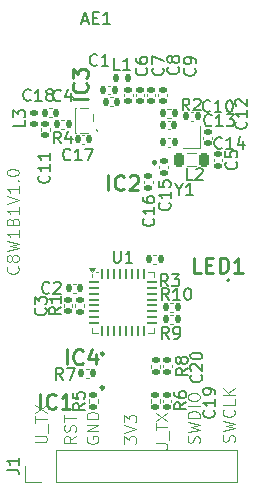
<source format=gto>
%TF.GenerationSoftware,KiCad,Pcbnew,8.0.5*%
%TF.CreationDate,2024-11-16T16:31:19+01:00*%
%TF.ProjectId,C8W1B1V1.0,43385731-4231-4563-912e-302e6b696361,rev?*%
%TF.SameCoordinates,Original*%
%TF.FileFunction,Legend,Top*%
%TF.FilePolarity,Positive*%
%FSLAX46Y46*%
G04 Gerber Fmt 4.6, Leading zero omitted, Abs format (unit mm)*
G04 Created by KiCad (PCBNEW 8.0.5) date 2024-11-16 16:31:19*
%MOMM*%
%LPD*%
G01*
G04 APERTURE LIST*
G04 Aperture macros list*
%AMRoundRect*
0 Rectangle with rounded corners*
0 $1 Rounding radius*
0 $2 $3 $4 $5 $6 $7 $8 $9 X,Y pos of 4 corners*
0 Add a 4 corners polygon primitive as box body*
4,1,4,$2,$3,$4,$5,$6,$7,$8,$9,$2,$3,0*
0 Add four circle primitives for the rounded corners*
1,1,$1+$1,$2,$3*
1,1,$1+$1,$4,$5*
1,1,$1+$1,$6,$7*
1,1,$1+$1,$8,$9*
0 Add four rect primitives between the rounded corners*
20,1,$1+$1,$2,$3,$4,$5,0*
20,1,$1+$1,$4,$5,$6,$7,0*
20,1,$1+$1,$6,$7,$8,$9,0*
20,1,$1+$1,$8,$9,$2,$3,0*%
G04 Aperture macros list end*
%ADD10C,0.100000*%
%ADD11C,0.150000*%
%ADD12C,0.254000*%
%ADD13C,0.120000*%
%ADD14C,0.200000*%
%ADD15C,0.250000*%
%ADD16RoundRect,0.140000X0.170000X-0.140000X0.170000X0.140000X-0.170000X0.140000X-0.170000X-0.140000X0*%
%ADD17RoundRect,0.135000X0.135000X0.185000X-0.135000X0.185000X-0.135000X-0.185000X0.135000X-0.185000X0*%
%ADD18R,0.500000X0.600000*%
%ADD19RoundRect,0.135000X-0.135000X-0.185000X0.135000X-0.185000X0.135000X0.185000X-0.135000X0.185000X0*%
%ADD20R,1.100000X1.500000*%
%ADD21RoundRect,0.135000X0.185000X-0.135000X0.185000X0.135000X-0.185000X0.135000X-0.185000X-0.135000X0*%
%ADD22RoundRect,0.140000X-0.140000X-0.170000X0.140000X-0.170000X0.140000X0.170000X-0.140000X0.170000X0*%
%ADD23RoundRect,0.135000X-0.185000X0.135000X-0.185000X-0.135000X0.185000X-0.135000X0.185000X0.135000X0*%
%ADD24R,1.700000X1.700000*%
%ADD25O,1.700000X1.700000*%
%ADD26RoundRect,0.140000X-0.170000X0.140000X-0.170000X-0.140000X0.170000X-0.140000X0.170000X0.140000X0*%
%ADD27RoundRect,0.140000X0.140000X0.170000X-0.140000X0.170000X-0.140000X-0.170000X0.140000X-0.170000X0*%
%ADD28C,0.220000*%
%ADD29RoundRect,0.147500X0.172500X-0.147500X0.172500X0.147500X-0.172500X0.147500X-0.172500X-0.147500X0*%
%ADD30R,0.950000X0.300000*%
%ADD31R,0.250000X1.650000*%
%ADD32R,0.850000X0.300000*%
%ADD33R,1.500000X1.700000*%
%ADD34RoundRect,0.147500X-0.147500X-0.172500X0.147500X-0.172500X0.147500X0.172500X-0.147500X0.172500X0*%
%ADD35RoundRect,0.062500X-0.375000X-0.062500X0.375000X-0.062500X0.375000X0.062500X-0.375000X0.062500X0*%
%ADD36RoundRect,0.062500X-0.062500X-0.375000X0.062500X-0.375000X0.062500X0.375000X-0.062500X0.375000X0*%
%ADD37R,3.450000X3.450000*%
%ADD38RoundRect,0.218750X-0.218750X-0.381250X0.218750X-0.381250X0.218750X0.381250X-0.218750X0.381250X0*%
%ADD39R,0.800000X0.300000*%
%ADD40R,0.300000X0.800000*%
%ADD41R,2.800000X2.800000*%
G04 APERTURE END LIST*
D10*
X138557180Y-108114687D02*
X138604800Y-108162306D01*
X138604800Y-108162306D02*
X138652419Y-108305163D01*
X138652419Y-108305163D02*
X138652419Y-108400401D01*
X138652419Y-108400401D02*
X138604800Y-108543258D01*
X138604800Y-108543258D02*
X138509561Y-108638496D01*
X138509561Y-108638496D02*
X138414323Y-108686115D01*
X138414323Y-108686115D02*
X138223847Y-108733734D01*
X138223847Y-108733734D02*
X138080990Y-108733734D01*
X138080990Y-108733734D02*
X137890514Y-108686115D01*
X137890514Y-108686115D02*
X137795276Y-108638496D01*
X137795276Y-108638496D02*
X137700038Y-108543258D01*
X137700038Y-108543258D02*
X137652419Y-108400401D01*
X137652419Y-108400401D02*
X137652419Y-108305163D01*
X137652419Y-108305163D02*
X137700038Y-108162306D01*
X137700038Y-108162306D02*
X137747657Y-108114687D01*
X138080990Y-107543258D02*
X138033371Y-107638496D01*
X138033371Y-107638496D02*
X137985752Y-107686115D01*
X137985752Y-107686115D02*
X137890514Y-107733734D01*
X137890514Y-107733734D02*
X137842895Y-107733734D01*
X137842895Y-107733734D02*
X137747657Y-107686115D01*
X137747657Y-107686115D02*
X137700038Y-107638496D01*
X137700038Y-107638496D02*
X137652419Y-107543258D01*
X137652419Y-107543258D02*
X137652419Y-107352782D01*
X137652419Y-107352782D02*
X137700038Y-107257544D01*
X137700038Y-107257544D02*
X137747657Y-107209925D01*
X137747657Y-107209925D02*
X137842895Y-107162306D01*
X137842895Y-107162306D02*
X137890514Y-107162306D01*
X137890514Y-107162306D02*
X137985752Y-107209925D01*
X137985752Y-107209925D02*
X138033371Y-107257544D01*
X138033371Y-107257544D02*
X138080990Y-107352782D01*
X138080990Y-107352782D02*
X138080990Y-107543258D01*
X138080990Y-107543258D02*
X138128609Y-107638496D01*
X138128609Y-107638496D02*
X138176228Y-107686115D01*
X138176228Y-107686115D02*
X138271466Y-107733734D01*
X138271466Y-107733734D02*
X138461942Y-107733734D01*
X138461942Y-107733734D02*
X138557180Y-107686115D01*
X138557180Y-107686115D02*
X138604800Y-107638496D01*
X138604800Y-107638496D02*
X138652419Y-107543258D01*
X138652419Y-107543258D02*
X138652419Y-107352782D01*
X138652419Y-107352782D02*
X138604800Y-107257544D01*
X138604800Y-107257544D02*
X138557180Y-107209925D01*
X138557180Y-107209925D02*
X138461942Y-107162306D01*
X138461942Y-107162306D02*
X138271466Y-107162306D01*
X138271466Y-107162306D02*
X138176228Y-107209925D01*
X138176228Y-107209925D02*
X138128609Y-107257544D01*
X138128609Y-107257544D02*
X138080990Y-107352782D01*
X137652419Y-106828972D02*
X138652419Y-106590877D01*
X138652419Y-106590877D02*
X137938133Y-106400401D01*
X137938133Y-106400401D02*
X138652419Y-106209925D01*
X138652419Y-106209925D02*
X137652419Y-105971830D01*
X138652419Y-105067068D02*
X138652419Y-105638496D01*
X138652419Y-105352782D02*
X137652419Y-105352782D01*
X137652419Y-105352782D02*
X137795276Y-105448020D01*
X137795276Y-105448020D02*
X137890514Y-105543258D01*
X137890514Y-105543258D02*
X137938133Y-105638496D01*
X138128609Y-104305163D02*
X138176228Y-104162306D01*
X138176228Y-104162306D02*
X138223847Y-104114687D01*
X138223847Y-104114687D02*
X138319085Y-104067068D01*
X138319085Y-104067068D02*
X138461942Y-104067068D01*
X138461942Y-104067068D02*
X138557180Y-104114687D01*
X138557180Y-104114687D02*
X138604800Y-104162306D01*
X138604800Y-104162306D02*
X138652419Y-104257544D01*
X138652419Y-104257544D02*
X138652419Y-104638496D01*
X138652419Y-104638496D02*
X137652419Y-104638496D01*
X137652419Y-104638496D02*
X137652419Y-104305163D01*
X137652419Y-104305163D02*
X137700038Y-104209925D01*
X137700038Y-104209925D02*
X137747657Y-104162306D01*
X137747657Y-104162306D02*
X137842895Y-104114687D01*
X137842895Y-104114687D02*
X137938133Y-104114687D01*
X137938133Y-104114687D02*
X138033371Y-104162306D01*
X138033371Y-104162306D02*
X138080990Y-104209925D01*
X138080990Y-104209925D02*
X138128609Y-104305163D01*
X138128609Y-104305163D02*
X138128609Y-104638496D01*
X138652419Y-103114687D02*
X138652419Y-103686115D01*
X138652419Y-103400401D02*
X137652419Y-103400401D01*
X137652419Y-103400401D02*
X137795276Y-103495639D01*
X137795276Y-103495639D02*
X137890514Y-103590877D01*
X137890514Y-103590877D02*
X137938133Y-103686115D01*
X137652419Y-102828972D02*
X138652419Y-102495639D01*
X138652419Y-102495639D02*
X137652419Y-102162306D01*
X138652419Y-101305163D02*
X138652419Y-101876591D01*
X138652419Y-101590877D02*
X137652419Y-101590877D01*
X137652419Y-101590877D02*
X137795276Y-101686115D01*
X137795276Y-101686115D02*
X137890514Y-101781353D01*
X137890514Y-101781353D02*
X137938133Y-101876591D01*
X138557180Y-100876591D02*
X138604800Y-100828972D01*
X138604800Y-100828972D02*
X138652419Y-100876591D01*
X138652419Y-100876591D02*
X138604800Y-100924210D01*
X138604800Y-100924210D02*
X138557180Y-100876591D01*
X138557180Y-100876591D02*
X138652419Y-100876591D01*
X137652419Y-100209925D02*
X137652419Y-100114687D01*
X137652419Y-100114687D02*
X137700038Y-100019449D01*
X137700038Y-100019449D02*
X137747657Y-99971830D01*
X137747657Y-99971830D02*
X137842895Y-99924211D01*
X137842895Y-99924211D02*
X138033371Y-99876592D01*
X138033371Y-99876592D02*
X138271466Y-99876592D01*
X138271466Y-99876592D02*
X138461942Y-99924211D01*
X138461942Y-99924211D02*
X138557180Y-99971830D01*
X138557180Y-99971830D02*
X138604800Y-100019449D01*
X138604800Y-100019449D02*
X138652419Y-100114687D01*
X138652419Y-100114687D02*
X138652419Y-100209925D01*
X138652419Y-100209925D02*
X138604800Y-100305163D01*
X138604800Y-100305163D02*
X138557180Y-100352782D01*
X138557180Y-100352782D02*
X138461942Y-100400401D01*
X138461942Y-100400401D02*
X138271466Y-100448020D01*
X138271466Y-100448020D02*
X138033371Y-100448020D01*
X138033371Y-100448020D02*
X137842895Y-100400401D01*
X137842895Y-100400401D02*
X137747657Y-100352782D01*
X137747657Y-100352782D02*
X137700038Y-100305163D01*
X137700038Y-100305163D02*
X137652419Y-100209925D01*
X143482419Y-122494687D02*
X143006228Y-122828020D01*
X143482419Y-123066115D02*
X142482419Y-123066115D01*
X142482419Y-123066115D02*
X142482419Y-122685163D01*
X142482419Y-122685163D02*
X142530038Y-122589925D01*
X142530038Y-122589925D02*
X142577657Y-122542306D01*
X142577657Y-122542306D02*
X142672895Y-122494687D01*
X142672895Y-122494687D02*
X142815752Y-122494687D01*
X142815752Y-122494687D02*
X142910990Y-122542306D01*
X142910990Y-122542306D02*
X142958609Y-122589925D01*
X142958609Y-122589925D02*
X143006228Y-122685163D01*
X143006228Y-122685163D02*
X143006228Y-123066115D01*
X143434800Y-122113734D02*
X143482419Y-121970877D01*
X143482419Y-121970877D02*
X143482419Y-121732782D01*
X143482419Y-121732782D02*
X143434800Y-121637544D01*
X143434800Y-121637544D02*
X143387180Y-121589925D01*
X143387180Y-121589925D02*
X143291942Y-121542306D01*
X143291942Y-121542306D02*
X143196704Y-121542306D01*
X143196704Y-121542306D02*
X143101466Y-121589925D01*
X143101466Y-121589925D02*
X143053847Y-121637544D01*
X143053847Y-121637544D02*
X143006228Y-121732782D01*
X143006228Y-121732782D02*
X142958609Y-121923258D01*
X142958609Y-121923258D02*
X142910990Y-122018496D01*
X142910990Y-122018496D02*
X142863371Y-122066115D01*
X142863371Y-122066115D02*
X142768133Y-122113734D01*
X142768133Y-122113734D02*
X142672895Y-122113734D01*
X142672895Y-122113734D02*
X142577657Y-122066115D01*
X142577657Y-122066115D02*
X142530038Y-122018496D01*
X142530038Y-122018496D02*
X142482419Y-121923258D01*
X142482419Y-121923258D02*
X142482419Y-121685163D01*
X142482419Y-121685163D02*
X142530038Y-121542306D01*
X142482419Y-121256591D02*
X142482419Y-120685163D01*
X143482419Y-120970877D02*
X142482419Y-120970877D01*
X140042419Y-123026115D02*
X140851942Y-123026115D01*
X140851942Y-123026115D02*
X140947180Y-122978496D01*
X140947180Y-122978496D02*
X140994800Y-122930877D01*
X140994800Y-122930877D02*
X141042419Y-122835639D01*
X141042419Y-122835639D02*
X141042419Y-122645163D01*
X141042419Y-122645163D02*
X140994800Y-122549925D01*
X140994800Y-122549925D02*
X140947180Y-122502306D01*
X140947180Y-122502306D02*
X140851942Y-122454687D01*
X140851942Y-122454687D02*
X140042419Y-122454687D01*
X141137657Y-122216592D02*
X141137657Y-121454687D01*
X140042419Y-121359448D02*
X140042419Y-120788020D01*
X141042419Y-121073734D02*
X140042419Y-121073734D01*
X140042419Y-120549924D02*
X141042419Y-119883258D01*
X140042419Y-119883258D02*
X141042419Y-120549924D01*
X153924800Y-123073734D02*
X153972419Y-122930877D01*
X153972419Y-122930877D02*
X153972419Y-122692782D01*
X153972419Y-122692782D02*
X153924800Y-122597544D01*
X153924800Y-122597544D02*
X153877180Y-122549925D01*
X153877180Y-122549925D02*
X153781942Y-122502306D01*
X153781942Y-122502306D02*
X153686704Y-122502306D01*
X153686704Y-122502306D02*
X153591466Y-122549925D01*
X153591466Y-122549925D02*
X153543847Y-122597544D01*
X153543847Y-122597544D02*
X153496228Y-122692782D01*
X153496228Y-122692782D02*
X153448609Y-122883258D01*
X153448609Y-122883258D02*
X153400990Y-122978496D01*
X153400990Y-122978496D02*
X153353371Y-123026115D01*
X153353371Y-123026115D02*
X153258133Y-123073734D01*
X153258133Y-123073734D02*
X153162895Y-123073734D01*
X153162895Y-123073734D02*
X153067657Y-123026115D01*
X153067657Y-123026115D02*
X153020038Y-122978496D01*
X153020038Y-122978496D02*
X152972419Y-122883258D01*
X152972419Y-122883258D02*
X152972419Y-122645163D01*
X152972419Y-122645163D02*
X153020038Y-122502306D01*
X152972419Y-122168972D02*
X153972419Y-121930877D01*
X153972419Y-121930877D02*
X153258133Y-121740401D01*
X153258133Y-121740401D02*
X153972419Y-121549925D01*
X153972419Y-121549925D02*
X152972419Y-121311830D01*
X153972419Y-120930877D02*
X152972419Y-120930877D01*
X152972419Y-120930877D02*
X152972419Y-120692782D01*
X152972419Y-120692782D02*
X153020038Y-120549925D01*
X153020038Y-120549925D02*
X153115276Y-120454687D01*
X153115276Y-120454687D02*
X153210514Y-120407068D01*
X153210514Y-120407068D02*
X153400990Y-120359449D01*
X153400990Y-120359449D02*
X153543847Y-120359449D01*
X153543847Y-120359449D02*
X153734323Y-120407068D01*
X153734323Y-120407068D02*
X153829561Y-120454687D01*
X153829561Y-120454687D02*
X153924800Y-120549925D01*
X153924800Y-120549925D02*
X153972419Y-120692782D01*
X153972419Y-120692782D02*
X153972419Y-120930877D01*
X153972419Y-119930877D02*
X152972419Y-119930877D01*
X152972419Y-119264211D02*
X152972419Y-119073735D01*
X152972419Y-119073735D02*
X153020038Y-118978497D01*
X153020038Y-118978497D02*
X153115276Y-118883259D01*
X153115276Y-118883259D02*
X153305752Y-118835640D01*
X153305752Y-118835640D02*
X153639085Y-118835640D01*
X153639085Y-118835640D02*
X153829561Y-118883259D01*
X153829561Y-118883259D02*
X153924800Y-118978497D01*
X153924800Y-118978497D02*
X153972419Y-119073735D01*
X153972419Y-119073735D02*
X153972419Y-119264211D01*
X153972419Y-119264211D02*
X153924800Y-119359449D01*
X153924800Y-119359449D02*
X153829561Y-119454687D01*
X153829561Y-119454687D02*
X153639085Y-119502306D01*
X153639085Y-119502306D02*
X153305752Y-119502306D01*
X153305752Y-119502306D02*
X153115276Y-119454687D01*
X153115276Y-119454687D02*
X153020038Y-119359449D01*
X153020038Y-119359449D02*
X152972419Y-119264211D01*
X150242419Y-123646115D02*
X151051942Y-123646115D01*
X151051942Y-123646115D02*
X151147180Y-123598496D01*
X151147180Y-123598496D02*
X151194800Y-123550877D01*
X151194800Y-123550877D02*
X151242419Y-123455639D01*
X151242419Y-123455639D02*
X151242419Y-123265163D01*
X151242419Y-123265163D02*
X151194800Y-123169925D01*
X151194800Y-123169925D02*
X151147180Y-123122306D01*
X151147180Y-123122306D02*
X151051942Y-123074687D01*
X151051942Y-123074687D02*
X150242419Y-123074687D01*
X151337657Y-122836592D02*
X151337657Y-122074687D01*
X150242419Y-121979448D02*
X150242419Y-121408020D01*
X151242419Y-121693734D02*
X150242419Y-121693734D01*
X150242419Y-121169924D02*
X151242419Y-120503258D01*
X150242419Y-120503258D02*
X151242419Y-121169924D01*
X144450038Y-122552306D02*
X144402419Y-122647544D01*
X144402419Y-122647544D02*
X144402419Y-122790401D01*
X144402419Y-122790401D02*
X144450038Y-122933258D01*
X144450038Y-122933258D02*
X144545276Y-123028496D01*
X144545276Y-123028496D02*
X144640514Y-123076115D01*
X144640514Y-123076115D02*
X144830990Y-123123734D01*
X144830990Y-123123734D02*
X144973847Y-123123734D01*
X144973847Y-123123734D02*
X145164323Y-123076115D01*
X145164323Y-123076115D02*
X145259561Y-123028496D01*
X145259561Y-123028496D02*
X145354800Y-122933258D01*
X145354800Y-122933258D02*
X145402419Y-122790401D01*
X145402419Y-122790401D02*
X145402419Y-122695163D01*
X145402419Y-122695163D02*
X145354800Y-122552306D01*
X145354800Y-122552306D02*
X145307180Y-122504687D01*
X145307180Y-122504687D02*
X144973847Y-122504687D01*
X144973847Y-122504687D02*
X144973847Y-122695163D01*
X145402419Y-122076115D02*
X144402419Y-122076115D01*
X144402419Y-122076115D02*
X145402419Y-121504687D01*
X145402419Y-121504687D02*
X144402419Y-121504687D01*
X145402419Y-121028496D02*
X144402419Y-121028496D01*
X144402419Y-121028496D02*
X144402419Y-120790401D01*
X144402419Y-120790401D02*
X144450038Y-120647544D01*
X144450038Y-120647544D02*
X144545276Y-120552306D01*
X144545276Y-120552306D02*
X144640514Y-120504687D01*
X144640514Y-120504687D02*
X144830990Y-120457068D01*
X144830990Y-120457068D02*
X144973847Y-120457068D01*
X144973847Y-120457068D02*
X145164323Y-120504687D01*
X145164323Y-120504687D02*
X145259561Y-120552306D01*
X145259561Y-120552306D02*
X145354800Y-120647544D01*
X145354800Y-120647544D02*
X145402419Y-120790401D01*
X145402419Y-120790401D02*
X145402419Y-121028496D01*
X156894800Y-122963734D02*
X156942419Y-122820877D01*
X156942419Y-122820877D02*
X156942419Y-122582782D01*
X156942419Y-122582782D02*
X156894800Y-122487544D01*
X156894800Y-122487544D02*
X156847180Y-122439925D01*
X156847180Y-122439925D02*
X156751942Y-122392306D01*
X156751942Y-122392306D02*
X156656704Y-122392306D01*
X156656704Y-122392306D02*
X156561466Y-122439925D01*
X156561466Y-122439925D02*
X156513847Y-122487544D01*
X156513847Y-122487544D02*
X156466228Y-122582782D01*
X156466228Y-122582782D02*
X156418609Y-122773258D01*
X156418609Y-122773258D02*
X156370990Y-122868496D01*
X156370990Y-122868496D02*
X156323371Y-122916115D01*
X156323371Y-122916115D02*
X156228133Y-122963734D01*
X156228133Y-122963734D02*
X156132895Y-122963734D01*
X156132895Y-122963734D02*
X156037657Y-122916115D01*
X156037657Y-122916115D02*
X155990038Y-122868496D01*
X155990038Y-122868496D02*
X155942419Y-122773258D01*
X155942419Y-122773258D02*
X155942419Y-122535163D01*
X155942419Y-122535163D02*
X155990038Y-122392306D01*
X155942419Y-122058972D02*
X156942419Y-121820877D01*
X156942419Y-121820877D02*
X156228133Y-121630401D01*
X156228133Y-121630401D02*
X156942419Y-121439925D01*
X156942419Y-121439925D02*
X155942419Y-121201830D01*
X156847180Y-120249449D02*
X156894800Y-120297068D01*
X156894800Y-120297068D02*
X156942419Y-120439925D01*
X156942419Y-120439925D02*
X156942419Y-120535163D01*
X156942419Y-120535163D02*
X156894800Y-120678020D01*
X156894800Y-120678020D02*
X156799561Y-120773258D01*
X156799561Y-120773258D02*
X156704323Y-120820877D01*
X156704323Y-120820877D02*
X156513847Y-120868496D01*
X156513847Y-120868496D02*
X156370990Y-120868496D01*
X156370990Y-120868496D02*
X156180514Y-120820877D01*
X156180514Y-120820877D02*
X156085276Y-120773258D01*
X156085276Y-120773258D02*
X155990038Y-120678020D01*
X155990038Y-120678020D02*
X155942419Y-120535163D01*
X155942419Y-120535163D02*
X155942419Y-120439925D01*
X155942419Y-120439925D02*
X155990038Y-120297068D01*
X155990038Y-120297068D02*
X156037657Y-120249449D01*
X156942419Y-119344687D02*
X156942419Y-119820877D01*
X156942419Y-119820877D02*
X155942419Y-119820877D01*
X156942419Y-119011353D02*
X155942419Y-119011353D01*
X156942419Y-118439925D02*
X156370990Y-118868496D01*
X155942419Y-118439925D02*
X156513847Y-119011353D01*
X147592419Y-123131353D02*
X147592419Y-122512306D01*
X147592419Y-122512306D02*
X147973371Y-122845639D01*
X147973371Y-122845639D02*
X147973371Y-122702782D01*
X147973371Y-122702782D02*
X148020990Y-122607544D01*
X148020990Y-122607544D02*
X148068609Y-122559925D01*
X148068609Y-122559925D02*
X148163847Y-122512306D01*
X148163847Y-122512306D02*
X148401942Y-122512306D01*
X148401942Y-122512306D02*
X148497180Y-122559925D01*
X148497180Y-122559925D02*
X148544800Y-122607544D01*
X148544800Y-122607544D02*
X148592419Y-122702782D01*
X148592419Y-122702782D02*
X148592419Y-122988496D01*
X148592419Y-122988496D02*
X148544800Y-123083734D01*
X148544800Y-123083734D02*
X148497180Y-123131353D01*
X147592419Y-122226591D02*
X148592419Y-121893258D01*
X148592419Y-121893258D02*
X147592419Y-121559925D01*
X147592419Y-121321829D02*
X147592419Y-120702782D01*
X147592419Y-120702782D02*
X147973371Y-121036115D01*
X147973371Y-121036115D02*
X147973371Y-120893258D01*
X147973371Y-120893258D02*
X148020990Y-120798020D01*
X148020990Y-120798020D02*
X148068609Y-120750401D01*
X148068609Y-120750401D02*
X148163847Y-120702782D01*
X148163847Y-120702782D02*
X148401942Y-120702782D01*
X148401942Y-120702782D02*
X148497180Y-120750401D01*
X148497180Y-120750401D02*
X148544800Y-120798020D01*
X148544800Y-120798020D02*
X148592419Y-120893258D01*
X148592419Y-120893258D02*
X148592419Y-121178972D01*
X148592419Y-121178972D02*
X148544800Y-121274210D01*
X148544800Y-121274210D02*
X148497180Y-121321829D01*
D11*
X157879580Y-95852857D02*
X157927200Y-95900476D01*
X157927200Y-95900476D02*
X157974819Y-96043333D01*
X157974819Y-96043333D02*
X157974819Y-96138571D01*
X157974819Y-96138571D02*
X157927200Y-96281428D01*
X157927200Y-96281428D02*
X157831961Y-96376666D01*
X157831961Y-96376666D02*
X157736723Y-96424285D01*
X157736723Y-96424285D02*
X157546247Y-96471904D01*
X157546247Y-96471904D02*
X157403390Y-96471904D01*
X157403390Y-96471904D02*
X157212914Y-96424285D01*
X157212914Y-96424285D02*
X157117676Y-96376666D01*
X157117676Y-96376666D02*
X157022438Y-96281428D01*
X157022438Y-96281428D02*
X156974819Y-96138571D01*
X156974819Y-96138571D02*
X156974819Y-96043333D01*
X156974819Y-96043333D02*
X157022438Y-95900476D01*
X157022438Y-95900476D02*
X157070057Y-95852857D01*
X157974819Y-94900476D02*
X157974819Y-95471904D01*
X157974819Y-95186190D02*
X156974819Y-95186190D01*
X156974819Y-95186190D02*
X157117676Y-95281428D01*
X157117676Y-95281428D02*
X157212914Y-95376666D01*
X157212914Y-95376666D02*
X157260533Y-95471904D01*
X157070057Y-94519523D02*
X157022438Y-94471904D01*
X157022438Y-94471904D02*
X156974819Y-94376666D01*
X156974819Y-94376666D02*
X156974819Y-94138571D01*
X156974819Y-94138571D02*
X157022438Y-94043333D01*
X157022438Y-94043333D02*
X157070057Y-93995714D01*
X157070057Y-93995714D02*
X157165295Y-93948095D01*
X157165295Y-93948095D02*
X157260533Y-93948095D01*
X157260533Y-93948095D02*
X157403390Y-93995714D01*
X157403390Y-93995714D02*
X157974819Y-94567142D01*
X157974819Y-94567142D02*
X157974819Y-93948095D01*
X140909580Y-111646666D02*
X140957200Y-111694285D01*
X140957200Y-111694285D02*
X141004819Y-111837142D01*
X141004819Y-111837142D02*
X141004819Y-111932380D01*
X141004819Y-111932380D02*
X140957200Y-112075237D01*
X140957200Y-112075237D02*
X140861961Y-112170475D01*
X140861961Y-112170475D02*
X140766723Y-112218094D01*
X140766723Y-112218094D02*
X140576247Y-112265713D01*
X140576247Y-112265713D02*
X140433390Y-112265713D01*
X140433390Y-112265713D02*
X140242914Y-112218094D01*
X140242914Y-112218094D02*
X140147676Y-112170475D01*
X140147676Y-112170475D02*
X140052438Y-112075237D01*
X140052438Y-112075237D02*
X140004819Y-111932380D01*
X140004819Y-111932380D02*
X140004819Y-111837142D01*
X140004819Y-111837142D02*
X140052438Y-111694285D01*
X140052438Y-111694285D02*
X140100057Y-111646666D01*
X140004819Y-111313332D02*
X140004819Y-110694285D01*
X140004819Y-110694285D02*
X140385771Y-111027618D01*
X140385771Y-111027618D02*
X140385771Y-110884761D01*
X140385771Y-110884761D02*
X140433390Y-110789523D01*
X140433390Y-110789523D02*
X140481009Y-110741904D01*
X140481009Y-110741904D02*
X140576247Y-110694285D01*
X140576247Y-110694285D02*
X140814342Y-110694285D01*
X140814342Y-110694285D02*
X140909580Y-110741904D01*
X140909580Y-110741904D02*
X140957200Y-110789523D01*
X140957200Y-110789523D02*
X141004819Y-110884761D01*
X141004819Y-110884761D02*
X141004819Y-111170475D01*
X141004819Y-111170475D02*
X140957200Y-111265713D01*
X140957200Y-111265713D02*
X140909580Y-111313332D01*
X151363333Y-114234819D02*
X151030000Y-113758628D01*
X150791905Y-114234819D02*
X150791905Y-113234819D01*
X150791905Y-113234819D02*
X151172857Y-113234819D01*
X151172857Y-113234819D02*
X151268095Y-113282438D01*
X151268095Y-113282438D02*
X151315714Y-113330057D01*
X151315714Y-113330057D02*
X151363333Y-113425295D01*
X151363333Y-113425295D02*
X151363333Y-113568152D01*
X151363333Y-113568152D02*
X151315714Y-113663390D01*
X151315714Y-113663390D02*
X151268095Y-113711009D01*
X151268095Y-113711009D02*
X151172857Y-113758628D01*
X151172857Y-113758628D02*
X150791905Y-113758628D01*
X151839524Y-114234819D02*
X152030000Y-114234819D01*
X152030000Y-114234819D02*
X152125238Y-114187200D01*
X152125238Y-114187200D02*
X152172857Y-114139580D01*
X152172857Y-114139580D02*
X152268095Y-113996723D01*
X152268095Y-113996723D02*
X152315714Y-113806247D01*
X152315714Y-113806247D02*
X152315714Y-113425295D01*
X152315714Y-113425295D02*
X152268095Y-113330057D01*
X152268095Y-113330057D02*
X152220476Y-113282438D01*
X152220476Y-113282438D02*
X152125238Y-113234819D01*
X152125238Y-113234819D02*
X151934762Y-113234819D01*
X151934762Y-113234819D02*
X151839524Y-113282438D01*
X151839524Y-113282438D02*
X151791905Y-113330057D01*
X151791905Y-113330057D02*
X151744286Y-113425295D01*
X151744286Y-113425295D02*
X151744286Y-113663390D01*
X151744286Y-113663390D02*
X151791905Y-113758628D01*
X151791905Y-113758628D02*
X151839524Y-113806247D01*
X151839524Y-113806247D02*
X151934762Y-113853866D01*
X151934762Y-113853866D02*
X152125238Y-113853866D01*
X152125238Y-113853866D02*
X152220476Y-113806247D01*
X152220476Y-113806247D02*
X152268095Y-113758628D01*
X152268095Y-113758628D02*
X152315714Y-113663390D01*
X152213809Y-101618628D02*
X152213809Y-102094819D01*
X151880476Y-101094819D02*
X152213809Y-101618628D01*
X152213809Y-101618628D02*
X152547142Y-101094819D01*
X153404285Y-102094819D02*
X152832857Y-102094819D01*
X153118571Y-102094819D02*
X153118571Y-101094819D01*
X153118571Y-101094819D02*
X153023333Y-101237676D01*
X153023333Y-101237676D02*
X152928095Y-101332914D01*
X152928095Y-101332914D02*
X152832857Y-101380533D01*
X142213333Y-97704819D02*
X141880000Y-97228628D01*
X141641905Y-97704819D02*
X141641905Y-96704819D01*
X141641905Y-96704819D02*
X142022857Y-96704819D01*
X142022857Y-96704819D02*
X142118095Y-96752438D01*
X142118095Y-96752438D02*
X142165714Y-96800057D01*
X142165714Y-96800057D02*
X142213333Y-96895295D01*
X142213333Y-96895295D02*
X142213333Y-97038152D01*
X142213333Y-97038152D02*
X142165714Y-97133390D01*
X142165714Y-97133390D02*
X142118095Y-97181009D01*
X142118095Y-97181009D02*
X142022857Y-97228628D01*
X142022857Y-97228628D02*
X141641905Y-97228628D01*
X143070476Y-97038152D02*
X143070476Y-97704819D01*
X142832381Y-96657200D02*
X142594286Y-97371485D01*
X142594286Y-97371485D02*
X143213333Y-97371485D01*
D12*
X154108809Y-108634318D02*
X153504047Y-108634318D01*
X153504047Y-108634318D02*
X153504047Y-107364318D01*
X154532142Y-107969080D02*
X154955476Y-107969080D01*
X155136904Y-108634318D02*
X154532142Y-108634318D01*
X154532142Y-108634318D02*
X154532142Y-107364318D01*
X154532142Y-107364318D02*
X155136904Y-107364318D01*
X155681190Y-108634318D02*
X155681190Y-107364318D01*
X155681190Y-107364318D02*
X155983571Y-107364318D01*
X155983571Y-107364318D02*
X156165000Y-107424794D01*
X156165000Y-107424794D02*
X156285952Y-107545746D01*
X156285952Y-107545746D02*
X156346429Y-107666699D01*
X156346429Y-107666699D02*
X156406905Y-107908603D01*
X156406905Y-107908603D02*
X156406905Y-108090032D01*
X156406905Y-108090032D02*
X156346429Y-108331937D01*
X156346429Y-108331937D02*
X156285952Y-108452889D01*
X156285952Y-108452889D02*
X156165000Y-108573842D01*
X156165000Y-108573842D02*
X155983571Y-108634318D01*
X155983571Y-108634318D02*
X155681190Y-108634318D01*
X157616429Y-108634318D02*
X156890714Y-108634318D01*
X157253571Y-108634318D02*
X157253571Y-107364318D01*
X157253571Y-107364318D02*
X157132619Y-107545746D01*
X157132619Y-107545746D02*
X157011667Y-107666699D01*
X157011667Y-107666699D02*
X156890714Y-107727175D01*
D11*
X144234819Y-119706666D02*
X143758628Y-120039999D01*
X144234819Y-120278094D02*
X143234819Y-120278094D01*
X143234819Y-120278094D02*
X143234819Y-119897142D01*
X143234819Y-119897142D02*
X143282438Y-119801904D01*
X143282438Y-119801904D02*
X143330057Y-119754285D01*
X143330057Y-119754285D02*
X143425295Y-119706666D01*
X143425295Y-119706666D02*
X143568152Y-119706666D01*
X143568152Y-119706666D02*
X143663390Y-119754285D01*
X143663390Y-119754285D02*
X143711009Y-119801904D01*
X143711009Y-119801904D02*
X143758628Y-119897142D01*
X143758628Y-119897142D02*
X143758628Y-120278094D01*
X143234819Y-118801904D02*
X143234819Y-119278094D01*
X143234819Y-119278094D02*
X143711009Y-119325713D01*
X143711009Y-119325713D02*
X143663390Y-119278094D01*
X143663390Y-119278094D02*
X143615771Y-119182856D01*
X143615771Y-119182856D02*
X143615771Y-118944761D01*
X143615771Y-118944761D02*
X143663390Y-118849523D01*
X143663390Y-118849523D02*
X143711009Y-118801904D01*
X143711009Y-118801904D02*
X143806247Y-118754285D01*
X143806247Y-118754285D02*
X144044342Y-118754285D01*
X144044342Y-118754285D02*
X144139580Y-118801904D01*
X144139580Y-118801904D02*
X144187200Y-118849523D01*
X144187200Y-118849523D02*
X144234819Y-118944761D01*
X144234819Y-118944761D02*
X144234819Y-119182856D01*
X144234819Y-119182856D02*
X144187200Y-119278094D01*
X144187200Y-119278094D02*
X144139580Y-119325713D01*
X145293333Y-91049580D02*
X145245714Y-91097200D01*
X145245714Y-91097200D02*
X145102857Y-91144819D01*
X145102857Y-91144819D02*
X145007619Y-91144819D01*
X145007619Y-91144819D02*
X144864762Y-91097200D01*
X144864762Y-91097200D02*
X144769524Y-91001961D01*
X144769524Y-91001961D02*
X144721905Y-90906723D01*
X144721905Y-90906723D02*
X144674286Y-90716247D01*
X144674286Y-90716247D02*
X144674286Y-90573390D01*
X144674286Y-90573390D02*
X144721905Y-90382914D01*
X144721905Y-90382914D02*
X144769524Y-90287676D01*
X144769524Y-90287676D02*
X144864762Y-90192438D01*
X144864762Y-90192438D02*
X145007619Y-90144819D01*
X145007619Y-90144819D02*
X145102857Y-90144819D01*
X145102857Y-90144819D02*
X145245714Y-90192438D01*
X145245714Y-90192438D02*
X145293333Y-90240057D01*
X146245714Y-91144819D02*
X145674286Y-91144819D01*
X145960000Y-91144819D02*
X145960000Y-90144819D01*
X145960000Y-90144819D02*
X145864762Y-90287676D01*
X145864762Y-90287676D02*
X145769524Y-90382914D01*
X145769524Y-90382914D02*
X145674286Y-90430533D01*
X142204819Y-111556666D02*
X141728628Y-111889999D01*
X142204819Y-112128094D02*
X141204819Y-112128094D01*
X141204819Y-112128094D02*
X141204819Y-111747142D01*
X141204819Y-111747142D02*
X141252438Y-111651904D01*
X141252438Y-111651904D02*
X141300057Y-111604285D01*
X141300057Y-111604285D02*
X141395295Y-111556666D01*
X141395295Y-111556666D02*
X141538152Y-111556666D01*
X141538152Y-111556666D02*
X141633390Y-111604285D01*
X141633390Y-111604285D02*
X141681009Y-111651904D01*
X141681009Y-111651904D02*
X141728628Y-111747142D01*
X141728628Y-111747142D02*
X141728628Y-112128094D01*
X142204819Y-110604285D02*
X142204819Y-111175713D01*
X142204819Y-110889999D02*
X141204819Y-110889999D01*
X141204819Y-110889999D02*
X141347676Y-110985237D01*
X141347676Y-110985237D02*
X141442914Y-111080475D01*
X141442914Y-111080475D02*
X141490533Y-111175713D01*
X150839580Y-91316666D02*
X150887200Y-91364285D01*
X150887200Y-91364285D02*
X150934819Y-91507142D01*
X150934819Y-91507142D02*
X150934819Y-91602380D01*
X150934819Y-91602380D02*
X150887200Y-91745237D01*
X150887200Y-91745237D02*
X150791961Y-91840475D01*
X150791961Y-91840475D02*
X150696723Y-91888094D01*
X150696723Y-91888094D02*
X150506247Y-91935713D01*
X150506247Y-91935713D02*
X150363390Y-91935713D01*
X150363390Y-91935713D02*
X150172914Y-91888094D01*
X150172914Y-91888094D02*
X150077676Y-91840475D01*
X150077676Y-91840475D02*
X149982438Y-91745237D01*
X149982438Y-91745237D02*
X149934819Y-91602380D01*
X149934819Y-91602380D02*
X149934819Y-91507142D01*
X149934819Y-91507142D02*
X149982438Y-91364285D01*
X149982438Y-91364285D02*
X150030057Y-91316666D01*
X149934819Y-90983332D02*
X149934819Y-90316666D01*
X149934819Y-90316666D02*
X150934819Y-90745237D01*
X149459580Y-91326666D02*
X149507200Y-91374285D01*
X149507200Y-91374285D02*
X149554819Y-91517142D01*
X149554819Y-91517142D02*
X149554819Y-91612380D01*
X149554819Y-91612380D02*
X149507200Y-91755237D01*
X149507200Y-91755237D02*
X149411961Y-91850475D01*
X149411961Y-91850475D02*
X149316723Y-91898094D01*
X149316723Y-91898094D02*
X149126247Y-91945713D01*
X149126247Y-91945713D02*
X148983390Y-91945713D01*
X148983390Y-91945713D02*
X148792914Y-91898094D01*
X148792914Y-91898094D02*
X148697676Y-91850475D01*
X148697676Y-91850475D02*
X148602438Y-91755237D01*
X148602438Y-91755237D02*
X148554819Y-91612380D01*
X148554819Y-91612380D02*
X148554819Y-91517142D01*
X148554819Y-91517142D02*
X148602438Y-91374285D01*
X148602438Y-91374285D02*
X148650057Y-91326666D01*
X148554819Y-90469523D02*
X148554819Y-90659999D01*
X148554819Y-90659999D02*
X148602438Y-90755237D01*
X148602438Y-90755237D02*
X148650057Y-90802856D01*
X148650057Y-90802856D02*
X148792914Y-90898094D01*
X148792914Y-90898094D02*
X148983390Y-90945713D01*
X148983390Y-90945713D02*
X149364342Y-90945713D01*
X149364342Y-90945713D02*
X149459580Y-90898094D01*
X149459580Y-90898094D02*
X149507200Y-90850475D01*
X149507200Y-90850475D02*
X149554819Y-90755237D01*
X149554819Y-90755237D02*
X149554819Y-90564761D01*
X149554819Y-90564761D02*
X149507200Y-90469523D01*
X149507200Y-90469523D02*
X149459580Y-90421904D01*
X149459580Y-90421904D02*
X149364342Y-90374285D01*
X149364342Y-90374285D02*
X149126247Y-90374285D01*
X149126247Y-90374285D02*
X149031009Y-90421904D01*
X149031009Y-90421904D02*
X148983390Y-90469523D01*
X148983390Y-90469523D02*
X148935771Y-90564761D01*
X148935771Y-90564761D02*
X148935771Y-90755237D01*
X148935771Y-90755237D02*
X148983390Y-90850475D01*
X148983390Y-90850475D02*
X149031009Y-90898094D01*
X149031009Y-90898094D02*
X149126247Y-90945713D01*
X137654819Y-125333333D02*
X138369104Y-125333333D01*
X138369104Y-125333333D02*
X138511961Y-125380952D01*
X138511961Y-125380952D02*
X138607200Y-125476190D01*
X138607200Y-125476190D02*
X138654819Y-125619047D01*
X138654819Y-125619047D02*
X138654819Y-125714285D01*
X138654819Y-124333333D02*
X138654819Y-124904761D01*
X138654819Y-124619047D02*
X137654819Y-124619047D01*
X137654819Y-124619047D02*
X137797676Y-124714285D01*
X137797676Y-124714285D02*
X137892914Y-124809523D01*
X137892914Y-124809523D02*
X137940533Y-124904761D01*
X154089580Y-117312857D02*
X154137200Y-117360476D01*
X154137200Y-117360476D02*
X154184819Y-117503333D01*
X154184819Y-117503333D02*
X154184819Y-117598571D01*
X154184819Y-117598571D02*
X154137200Y-117741428D01*
X154137200Y-117741428D02*
X154041961Y-117836666D01*
X154041961Y-117836666D02*
X153946723Y-117884285D01*
X153946723Y-117884285D02*
X153756247Y-117931904D01*
X153756247Y-117931904D02*
X153613390Y-117931904D01*
X153613390Y-117931904D02*
X153422914Y-117884285D01*
X153422914Y-117884285D02*
X153327676Y-117836666D01*
X153327676Y-117836666D02*
X153232438Y-117741428D01*
X153232438Y-117741428D02*
X153184819Y-117598571D01*
X153184819Y-117598571D02*
X153184819Y-117503333D01*
X153184819Y-117503333D02*
X153232438Y-117360476D01*
X153232438Y-117360476D02*
X153280057Y-117312857D01*
X153280057Y-116931904D02*
X153232438Y-116884285D01*
X153232438Y-116884285D02*
X153184819Y-116789047D01*
X153184819Y-116789047D02*
X153184819Y-116550952D01*
X153184819Y-116550952D02*
X153232438Y-116455714D01*
X153232438Y-116455714D02*
X153280057Y-116408095D01*
X153280057Y-116408095D02*
X153375295Y-116360476D01*
X153375295Y-116360476D02*
X153470533Y-116360476D01*
X153470533Y-116360476D02*
X153613390Y-116408095D01*
X153613390Y-116408095D02*
X154184819Y-116979523D01*
X154184819Y-116979523D02*
X154184819Y-116360476D01*
X153184819Y-115741428D02*
X153184819Y-115646190D01*
X153184819Y-115646190D02*
X153232438Y-115550952D01*
X153232438Y-115550952D02*
X153280057Y-115503333D01*
X153280057Y-115503333D02*
X153375295Y-115455714D01*
X153375295Y-115455714D02*
X153565771Y-115408095D01*
X153565771Y-115408095D02*
X153803866Y-115408095D01*
X153803866Y-115408095D02*
X153994342Y-115455714D01*
X153994342Y-115455714D02*
X154089580Y-115503333D01*
X154089580Y-115503333D02*
X154137200Y-115550952D01*
X154137200Y-115550952D02*
X154184819Y-115646190D01*
X154184819Y-115646190D02*
X154184819Y-115741428D01*
X154184819Y-115741428D02*
X154137200Y-115836666D01*
X154137200Y-115836666D02*
X154089580Y-115884285D01*
X154089580Y-115884285D02*
X153994342Y-115931904D01*
X153994342Y-115931904D02*
X153803866Y-115979523D01*
X153803866Y-115979523D02*
X153565771Y-115979523D01*
X153565771Y-115979523D02*
X153375295Y-115931904D01*
X153375295Y-115931904D02*
X153280057Y-115884285D01*
X153280057Y-115884285D02*
X153232438Y-115836666D01*
X153232438Y-115836666D02*
X153184819Y-115741428D01*
X141253333Y-110329580D02*
X141205714Y-110377200D01*
X141205714Y-110377200D02*
X141062857Y-110424819D01*
X141062857Y-110424819D02*
X140967619Y-110424819D01*
X140967619Y-110424819D02*
X140824762Y-110377200D01*
X140824762Y-110377200D02*
X140729524Y-110281961D01*
X140729524Y-110281961D02*
X140681905Y-110186723D01*
X140681905Y-110186723D02*
X140634286Y-109996247D01*
X140634286Y-109996247D02*
X140634286Y-109853390D01*
X140634286Y-109853390D02*
X140681905Y-109662914D01*
X140681905Y-109662914D02*
X140729524Y-109567676D01*
X140729524Y-109567676D02*
X140824762Y-109472438D01*
X140824762Y-109472438D02*
X140967619Y-109424819D01*
X140967619Y-109424819D02*
X141062857Y-109424819D01*
X141062857Y-109424819D02*
X141205714Y-109472438D01*
X141205714Y-109472438D02*
X141253333Y-109520057D01*
X141634286Y-109520057D02*
X141681905Y-109472438D01*
X141681905Y-109472438D02*
X141777143Y-109424819D01*
X141777143Y-109424819D02*
X142015238Y-109424819D01*
X142015238Y-109424819D02*
X142110476Y-109472438D01*
X142110476Y-109472438D02*
X142158095Y-109520057D01*
X142158095Y-109520057D02*
X142205714Y-109615295D01*
X142205714Y-109615295D02*
X142205714Y-109710533D01*
X142205714Y-109710533D02*
X142158095Y-109853390D01*
X142158095Y-109853390D02*
X141586667Y-110424819D01*
X141586667Y-110424819D02*
X142205714Y-110424819D01*
X151283333Y-109794819D02*
X150950000Y-109318628D01*
X150711905Y-109794819D02*
X150711905Y-108794819D01*
X150711905Y-108794819D02*
X151092857Y-108794819D01*
X151092857Y-108794819D02*
X151188095Y-108842438D01*
X151188095Y-108842438D02*
X151235714Y-108890057D01*
X151235714Y-108890057D02*
X151283333Y-108985295D01*
X151283333Y-108985295D02*
X151283333Y-109128152D01*
X151283333Y-109128152D02*
X151235714Y-109223390D01*
X151235714Y-109223390D02*
X151188095Y-109271009D01*
X151188095Y-109271009D02*
X151092857Y-109318628D01*
X151092857Y-109318628D02*
X150711905Y-109318628D01*
X151616667Y-108794819D02*
X152235714Y-108794819D01*
X152235714Y-108794819D02*
X151902381Y-109175771D01*
X151902381Y-109175771D02*
X152045238Y-109175771D01*
X152045238Y-109175771D02*
X152140476Y-109223390D01*
X152140476Y-109223390D02*
X152188095Y-109271009D01*
X152188095Y-109271009D02*
X152235714Y-109366247D01*
X152235714Y-109366247D02*
X152235714Y-109604342D01*
X152235714Y-109604342D02*
X152188095Y-109699580D01*
X152188095Y-109699580D02*
X152140476Y-109747200D01*
X152140476Y-109747200D02*
X152045238Y-109794819D01*
X152045238Y-109794819D02*
X151759524Y-109794819D01*
X151759524Y-109794819D02*
X151664286Y-109747200D01*
X151664286Y-109747200D02*
X151616667Y-109699580D01*
D12*
X144494318Y-93929762D02*
X143224318Y-93929762D01*
X144373365Y-92599285D02*
X144433842Y-92659761D01*
X144433842Y-92659761D02*
X144494318Y-92841190D01*
X144494318Y-92841190D02*
X144494318Y-92962142D01*
X144494318Y-92962142D02*
X144433842Y-93143571D01*
X144433842Y-93143571D02*
X144312889Y-93264523D01*
X144312889Y-93264523D02*
X144191937Y-93325000D01*
X144191937Y-93325000D02*
X143950032Y-93385476D01*
X143950032Y-93385476D02*
X143768603Y-93385476D01*
X143768603Y-93385476D02*
X143526699Y-93325000D01*
X143526699Y-93325000D02*
X143405746Y-93264523D01*
X143405746Y-93264523D02*
X143284794Y-93143571D01*
X143284794Y-93143571D02*
X143224318Y-92962142D01*
X143224318Y-92962142D02*
X143224318Y-92841190D01*
X143224318Y-92841190D02*
X143284794Y-92659761D01*
X143284794Y-92659761D02*
X143345270Y-92599285D01*
X143224318Y-92175952D02*
X143224318Y-91389761D01*
X143224318Y-91389761D02*
X143708127Y-91813095D01*
X143708127Y-91813095D02*
X143708127Y-91631666D01*
X143708127Y-91631666D02*
X143768603Y-91510714D01*
X143768603Y-91510714D02*
X143829080Y-91450238D01*
X143829080Y-91450238D02*
X143950032Y-91389761D01*
X143950032Y-91389761D02*
X144252413Y-91389761D01*
X144252413Y-91389761D02*
X144373365Y-91450238D01*
X144373365Y-91450238D02*
X144433842Y-91510714D01*
X144433842Y-91510714D02*
X144494318Y-91631666D01*
X144494318Y-91631666D02*
X144494318Y-91994523D01*
X144494318Y-91994523D02*
X144433842Y-92115476D01*
X144433842Y-92115476D02*
X144373365Y-92175952D01*
D11*
X154977142Y-96149580D02*
X154929523Y-96197200D01*
X154929523Y-96197200D02*
X154786666Y-96244819D01*
X154786666Y-96244819D02*
X154691428Y-96244819D01*
X154691428Y-96244819D02*
X154548571Y-96197200D01*
X154548571Y-96197200D02*
X154453333Y-96101961D01*
X154453333Y-96101961D02*
X154405714Y-96006723D01*
X154405714Y-96006723D02*
X154358095Y-95816247D01*
X154358095Y-95816247D02*
X154358095Y-95673390D01*
X154358095Y-95673390D02*
X154405714Y-95482914D01*
X154405714Y-95482914D02*
X154453333Y-95387676D01*
X154453333Y-95387676D02*
X154548571Y-95292438D01*
X154548571Y-95292438D02*
X154691428Y-95244819D01*
X154691428Y-95244819D02*
X154786666Y-95244819D01*
X154786666Y-95244819D02*
X154929523Y-95292438D01*
X154929523Y-95292438D02*
X154977142Y-95340057D01*
X155929523Y-96244819D02*
X155358095Y-96244819D01*
X155643809Y-96244819D02*
X155643809Y-95244819D01*
X155643809Y-95244819D02*
X155548571Y-95387676D01*
X155548571Y-95387676D02*
X155453333Y-95482914D01*
X155453333Y-95482914D02*
X155358095Y-95530533D01*
X156262857Y-95244819D02*
X156881904Y-95244819D01*
X156881904Y-95244819D02*
X156548571Y-95625771D01*
X156548571Y-95625771D02*
X156691428Y-95625771D01*
X156691428Y-95625771D02*
X156786666Y-95673390D01*
X156786666Y-95673390D02*
X156834285Y-95721009D01*
X156834285Y-95721009D02*
X156881904Y-95816247D01*
X156881904Y-95816247D02*
X156881904Y-96054342D01*
X156881904Y-96054342D02*
X156834285Y-96149580D01*
X156834285Y-96149580D02*
X156786666Y-96197200D01*
X156786666Y-96197200D02*
X156691428Y-96244819D01*
X156691428Y-96244819D02*
X156405714Y-96244819D01*
X156405714Y-96244819D02*
X156310476Y-96197200D01*
X156310476Y-96197200D02*
X156262857Y-96149580D01*
X152824819Y-119636666D02*
X152348628Y-119969999D01*
X152824819Y-120208094D02*
X151824819Y-120208094D01*
X151824819Y-120208094D02*
X151824819Y-119827142D01*
X151824819Y-119827142D02*
X151872438Y-119731904D01*
X151872438Y-119731904D02*
X151920057Y-119684285D01*
X151920057Y-119684285D02*
X152015295Y-119636666D01*
X152015295Y-119636666D02*
X152158152Y-119636666D01*
X152158152Y-119636666D02*
X152253390Y-119684285D01*
X152253390Y-119684285D02*
X152301009Y-119731904D01*
X152301009Y-119731904D02*
X152348628Y-119827142D01*
X152348628Y-119827142D02*
X152348628Y-120208094D01*
X151824819Y-118779523D02*
X151824819Y-118969999D01*
X151824819Y-118969999D02*
X151872438Y-119065237D01*
X151872438Y-119065237D02*
X151920057Y-119112856D01*
X151920057Y-119112856D02*
X152062914Y-119208094D01*
X152062914Y-119208094D02*
X152253390Y-119255713D01*
X152253390Y-119255713D02*
X152634342Y-119255713D01*
X152634342Y-119255713D02*
X152729580Y-119208094D01*
X152729580Y-119208094D02*
X152777200Y-119160475D01*
X152777200Y-119160475D02*
X152824819Y-119065237D01*
X152824819Y-119065237D02*
X152824819Y-118874761D01*
X152824819Y-118874761D02*
X152777200Y-118779523D01*
X152777200Y-118779523D02*
X152729580Y-118731904D01*
X152729580Y-118731904D02*
X152634342Y-118684285D01*
X152634342Y-118684285D02*
X152396247Y-118684285D01*
X152396247Y-118684285D02*
X152301009Y-118731904D01*
X152301009Y-118731904D02*
X152253390Y-118779523D01*
X152253390Y-118779523D02*
X152205771Y-118874761D01*
X152205771Y-118874761D02*
X152205771Y-119065237D01*
X152205771Y-119065237D02*
X152253390Y-119160475D01*
X152253390Y-119160475D02*
X152301009Y-119208094D01*
X152301009Y-119208094D02*
X152396247Y-119255713D01*
X152139580Y-91246666D02*
X152187200Y-91294285D01*
X152187200Y-91294285D02*
X152234819Y-91437142D01*
X152234819Y-91437142D02*
X152234819Y-91532380D01*
X152234819Y-91532380D02*
X152187200Y-91675237D01*
X152187200Y-91675237D02*
X152091961Y-91770475D01*
X152091961Y-91770475D02*
X151996723Y-91818094D01*
X151996723Y-91818094D02*
X151806247Y-91865713D01*
X151806247Y-91865713D02*
X151663390Y-91865713D01*
X151663390Y-91865713D02*
X151472914Y-91818094D01*
X151472914Y-91818094D02*
X151377676Y-91770475D01*
X151377676Y-91770475D02*
X151282438Y-91675237D01*
X151282438Y-91675237D02*
X151234819Y-91532380D01*
X151234819Y-91532380D02*
X151234819Y-91437142D01*
X151234819Y-91437142D02*
X151282438Y-91294285D01*
X151282438Y-91294285D02*
X151330057Y-91246666D01*
X151663390Y-90675237D02*
X151615771Y-90770475D01*
X151615771Y-90770475D02*
X151568152Y-90818094D01*
X151568152Y-90818094D02*
X151472914Y-90865713D01*
X151472914Y-90865713D02*
X151425295Y-90865713D01*
X151425295Y-90865713D02*
X151330057Y-90818094D01*
X151330057Y-90818094D02*
X151282438Y-90770475D01*
X151282438Y-90770475D02*
X151234819Y-90675237D01*
X151234819Y-90675237D02*
X151234819Y-90484761D01*
X151234819Y-90484761D02*
X151282438Y-90389523D01*
X151282438Y-90389523D02*
X151330057Y-90341904D01*
X151330057Y-90341904D02*
X151425295Y-90294285D01*
X151425295Y-90294285D02*
X151472914Y-90294285D01*
X151472914Y-90294285D02*
X151568152Y-90341904D01*
X151568152Y-90341904D02*
X151615771Y-90389523D01*
X151615771Y-90389523D02*
X151663390Y-90484761D01*
X151663390Y-90484761D02*
X151663390Y-90675237D01*
X151663390Y-90675237D02*
X151711009Y-90770475D01*
X151711009Y-90770475D02*
X151758628Y-90818094D01*
X151758628Y-90818094D02*
X151853866Y-90865713D01*
X151853866Y-90865713D02*
X152044342Y-90865713D01*
X152044342Y-90865713D02*
X152139580Y-90818094D01*
X152139580Y-90818094D02*
X152187200Y-90770475D01*
X152187200Y-90770475D02*
X152234819Y-90675237D01*
X152234819Y-90675237D02*
X152234819Y-90484761D01*
X152234819Y-90484761D02*
X152187200Y-90389523D01*
X152187200Y-90389523D02*
X152139580Y-90341904D01*
X152139580Y-90341904D02*
X152044342Y-90294285D01*
X152044342Y-90294285D02*
X151853866Y-90294285D01*
X151853866Y-90294285D02*
X151758628Y-90341904D01*
X151758628Y-90341904D02*
X151711009Y-90389523D01*
X151711009Y-90389523D02*
X151663390Y-90484761D01*
X139194819Y-95741666D02*
X139194819Y-96217856D01*
X139194819Y-96217856D02*
X138194819Y-96217856D01*
X138194819Y-95503570D02*
X138194819Y-94884523D01*
X138194819Y-94884523D02*
X138575771Y-95217856D01*
X138575771Y-95217856D02*
X138575771Y-95074999D01*
X138575771Y-95074999D02*
X138623390Y-94979761D01*
X138623390Y-94979761D02*
X138671009Y-94932142D01*
X138671009Y-94932142D02*
X138766247Y-94884523D01*
X138766247Y-94884523D02*
X139004342Y-94884523D01*
X139004342Y-94884523D02*
X139099580Y-94932142D01*
X139099580Y-94932142D02*
X139147200Y-94979761D01*
X139147200Y-94979761D02*
X139194819Y-95074999D01*
X139194819Y-95074999D02*
X139194819Y-95360713D01*
X139194819Y-95360713D02*
X139147200Y-95455951D01*
X139147200Y-95455951D02*
X139099580Y-95503570D01*
X155847142Y-98069580D02*
X155799523Y-98117200D01*
X155799523Y-98117200D02*
X155656666Y-98164819D01*
X155656666Y-98164819D02*
X155561428Y-98164819D01*
X155561428Y-98164819D02*
X155418571Y-98117200D01*
X155418571Y-98117200D02*
X155323333Y-98021961D01*
X155323333Y-98021961D02*
X155275714Y-97926723D01*
X155275714Y-97926723D02*
X155228095Y-97736247D01*
X155228095Y-97736247D02*
X155228095Y-97593390D01*
X155228095Y-97593390D02*
X155275714Y-97402914D01*
X155275714Y-97402914D02*
X155323333Y-97307676D01*
X155323333Y-97307676D02*
X155418571Y-97212438D01*
X155418571Y-97212438D02*
X155561428Y-97164819D01*
X155561428Y-97164819D02*
X155656666Y-97164819D01*
X155656666Y-97164819D02*
X155799523Y-97212438D01*
X155799523Y-97212438D02*
X155847142Y-97260057D01*
X156799523Y-98164819D02*
X156228095Y-98164819D01*
X156513809Y-98164819D02*
X156513809Y-97164819D01*
X156513809Y-97164819D02*
X156418571Y-97307676D01*
X156418571Y-97307676D02*
X156323333Y-97402914D01*
X156323333Y-97402914D02*
X156228095Y-97450533D01*
X157656666Y-97498152D02*
X157656666Y-98164819D01*
X157418571Y-97117200D02*
X157180476Y-97831485D01*
X157180476Y-97831485D02*
X157799523Y-97831485D01*
X152954819Y-116726666D02*
X152478628Y-117059999D01*
X152954819Y-117298094D02*
X151954819Y-117298094D01*
X151954819Y-117298094D02*
X151954819Y-116917142D01*
X151954819Y-116917142D02*
X152002438Y-116821904D01*
X152002438Y-116821904D02*
X152050057Y-116774285D01*
X152050057Y-116774285D02*
X152145295Y-116726666D01*
X152145295Y-116726666D02*
X152288152Y-116726666D01*
X152288152Y-116726666D02*
X152383390Y-116774285D01*
X152383390Y-116774285D02*
X152431009Y-116821904D01*
X152431009Y-116821904D02*
X152478628Y-116917142D01*
X152478628Y-116917142D02*
X152478628Y-117298094D01*
X152383390Y-116155237D02*
X152335771Y-116250475D01*
X152335771Y-116250475D02*
X152288152Y-116298094D01*
X152288152Y-116298094D02*
X152192914Y-116345713D01*
X152192914Y-116345713D02*
X152145295Y-116345713D01*
X152145295Y-116345713D02*
X152050057Y-116298094D01*
X152050057Y-116298094D02*
X152002438Y-116250475D01*
X152002438Y-116250475D02*
X151954819Y-116155237D01*
X151954819Y-116155237D02*
X151954819Y-115964761D01*
X151954819Y-115964761D02*
X152002438Y-115869523D01*
X152002438Y-115869523D02*
X152050057Y-115821904D01*
X152050057Y-115821904D02*
X152145295Y-115774285D01*
X152145295Y-115774285D02*
X152192914Y-115774285D01*
X152192914Y-115774285D02*
X152288152Y-115821904D01*
X152288152Y-115821904D02*
X152335771Y-115869523D01*
X152335771Y-115869523D02*
X152383390Y-115964761D01*
X152383390Y-115964761D02*
X152383390Y-116155237D01*
X152383390Y-116155237D02*
X152431009Y-116250475D01*
X152431009Y-116250475D02*
X152478628Y-116298094D01*
X152478628Y-116298094D02*
X152573866Y-116345713D01*
X152573866Y-116345713D02*
X152764342Y-116345713D01*
X152764342Y-116345713D02*
X152859580Y-116298094D01*
X152859580Y-116298094D02*
X152907200Y-116250475D01*
X152907200Y-116250475D02*
X152954819Y-116155237D01*
X152954819Y-116155237D02*
X152954819Y-115964761D01*
X152954819Y-115964761D02*
X152907200Y-115869523D01*
X152907200Y-115869523D02*
X152859580Y-115821904D01*
X152859580Y-115821904D02*
X152764342Y-115774285D01*
X152764342Y-115774285D02*
X152573866Y-115774285D01*
X152573866Y-115774285D02*
X152478628Y-115821904D01*
X152478628Y-115821904D02*
X152431009Y-115869523D01*
X152431009Y-115869523D02*
X152383390Y-115964761D01*
D12*
X140470237Y-120174318D02*
X140470237Y-118904318D01*
X141800714Y-120053365D02*
X141740238Y-120113842D01*
X141740238Y-120113842D02*
X141558809Y-120174318D01*
X141558809Y-120174318D02*
X141437857Y-120174318D01*
X141437857Y-120174318D02*
X141256428Y-120113842D01*
X141256428Y-120113842D02*
X141135476Y-119992889D01*
X141135476Y-119992889D02*
X141074999Y-119871937D01*
X141074999Y-119871937D02*
X141014523Y-119630032D01*
X141014523Y-119630032D02*
X141014523Y-119448603D01*
X141014523Y-119448603D02*
X141074999Y-119206699D01*
X141074999Y-119206699D02*
X141135476Y-119085746D01*
X141135476Y-119085746D02*
X141256428Y-118964794D01*
X141256428Y-118964794D02*
X141437857Y-118904318D01*
X141437857Y-118904318D02*
X141558809Y-118904318D01*
X141558809Y-118904318D02*
X141740238Y-118964794D01*
X141740238Y-118964794D02*
X141800714Y-119025270D01*
X143010238Y-120174318D02*
X142284523Y-120174318D01*
X142647380Y-120174318D02*
X142647380Y-118904318D01*
X142647380Y-118904318D02*
X142526428Y-119085746D01*
X142526428Y-119085746D02*
X142405476Y-119206699D01*
X142405476Y-119206699D02*
X142284523Y-119267175D01*
X142740237Y-116404318D02*
X142740237Y-115134318D01*
X144070714Y-116283365D02*
X144010238Y-116343842D01*
X144010238Y-116343842D02*
X143828809Y-116404318D01*
X143828809Y-116404318D02*
X143707857Y-116404318D01*
X143707857Y-116404318D02*
X143526428Y-116343842D01*
X143526428Y-116343842D02*
X143405476Y-116222889D01*
X143405476Y-116222889D02*
X143344999Y-116101937D01*
X143344999Y-116101937D02*
X143284523Y-115860032D01*
X143284523Y-115860032D02*
X143284523Y-115678603D01*
X143284523Y-115678603D02*
X143344999Y-115436699D01*
X143344999Y-115436699D02*
X143405476Y-115315746D01*
X143405476Y-115315746D02*
X143526428Y-115194794D01*
X143526428Y-115194794D02*
X143707857Y-115134318D01*
X143707857Y-115134318D02*
X143828809Y-115134318D01*
X143828809Y-115134318D02*
X144010238Y-115194794D01*
X144010238Y-115194794D02*
X144070714Y-115255270D01*
X145159285Y-115557651D02*
X145159285Y-116404318D01*
X144856904Y-115073842D02*
X144554523Y-115980984D01*
X144554523Y-115980984D02*
X145340714Y-115980984D01*
D11*
X153539580Y-91346666D02*
X153587200Y-91394285D01*
X153587200Y-91394285D02*
X153634819Y-91537142D01*
X153634819Y-91537142D02*
X153634819Y-91632380D01*
X153634819Y-91632380D02*
X153587200Y-91775237D01*
X153587200Y-91775237D02*
X153491961Y-91870475D01*
X153491961Y-91870475D02*
X153396723Y-91918094D01*
X153396723Y-91918094D02*
X153206247Y-91965713D01*
X153206247Y-91965713D02*
X153063390Y-91965713D01*
X153063390Y-91965713D02*
X152872914Y-91918094D01*
X152872914Y-91918094D02*
X152777676Y-91870475D01*
X152777676Y-91870475D02*
X152682438Y-91775237D01*
X152682438Y-91775237D02*
X152634819Y-91632380D01*
X152634819Y-91632380D02*
X152634819Y-91537142D01*
X152634819Y-91537142D02*
X152682438Y-91394285D01*
X152682438Y-91394285D02*
X152730057Y-91346666D01*
X153634819Y-90870475D02*
X153634819Y-90679999D01*
X153634819Y-90679999D02*
X153587200Y-90584761D01*
X153587200Y-90584761D02*
X153539580Y-90537142D01*
X153539580Y-90537142D02*
X153396723Y-90441904D01*
X153396723Y-90441904D02*
X153206247Y-90394285D01*
X153206247Y-90394285D02*
X152825295Y-90394285D01*
X152825295Y-90394285D02*
X152730057Y-90441904D01*
X152730057Y-90441904D02*
X152682438Y-90489523D01*
X152682438Y-90489523D02*
X152634819Y-90584761D01*
X152634819Y-90584761D02*
X152634819Y-90775237D01*
X152634819Y-90775237D02*
X152682438Y-90870475D01*
X152682438Y-90870475D02*
X152730057Y-90918094D01*
X152730057Y-90918094D02*
X152825295Y-90965713D01*
X152825295Y-90965713D02*
X153063390Y-90965713D01*
X153063390Y-90965713D02*
X153158628Y-90918094D01*
X153158628Y-90918094D02*
X153206247Y-90870475D01*
X153206247Y-90870475D02*
X153253866Y-90775237D01*
X153253866Y-90775237D02*
X153253866Y-90584761D01*
X153253866Y-90584761D02*
X153206247Y-90489523D01*
X153206247Y-90489523D02*
X153158628Y-90441904D01*
X153158628Y-90441904D02*
X153063390Y-90394285D01*
X155179580Y-120312857D02*
X155227200Y-120360476D01*
X155227200Y-120360476D02*
X155274819Y-120503333D01*
X155274819Y-120503333D02*
X155274819Y-120598571D01*
X155274819Y-120598571D02*
X155227200Y-120741428D01*
X155227200Y-120741428D02*
X155131961Y-120836666D01*
X155131961Y-120836666D02*
X155036723Y-120884285D01*
X155036723Y-120884285D02*
X154846247Y-120931904D01*
X154846247Y-120931904D02*
X154703390Y-120931904D01*
X154703390Y-120931904D02*
X154512914Y-120884285D01*
X154512914Y-120884285D02*
X154417676Y-120836666D01*
X154417676Y-120836666D02*
X154322438Y-120741428D01*
X154322438Y-120741428D02*
X154274819Y-120598571D01*
X154274819Y-120598571D02*
X154274819Y-120503333D01*
X154274819Y-120503333D02*
X154322438Y-120360476D01*
X154322438Y-120360476D02*
X154370057Y-120312857D01*
X155274819Y-119360476D02*
X155274819Y-119931904D01*
X155274819Y-119646190D02*
X154274819Y-119646190D01*
X154274819Y-119646190D02*
X154417676Y-119741428D01*
X154417676Y-119741428D02*
X154512914Y-119836666D01*
X154512914Y-119836666D02*
X154560533Y-119931904D01*
X155274819Y-118884285D02*
X155274819Y-118693809D01*
X155274819Y-118693809D02*
X155227200Y-118598571D01*
X155227200Y-118598571D02*
X155179580Y-118550952D01*
X155179580Y-118550952D02*
X155036723Y-118455714D01*
X155036723Y-118455714D02*
X154846247Y-118408095D01*
X154846247Y-118408095D02*
X154465295Y-118408095D01*
X154465295Y-118408095D02*
X154370057Y-118455714D01*
X154370057Y-118455714D02*
X154322438Y-118503333D01*
X154322438Y-118503333D02*
X154274819Y-118598571D01*
X154274819Y-118598571D02*
X154274819Y-118789047D01*
X154274819Y-118789047D02*
X154322438Y-118884285D01*
X154322438Y-118884285D02*
X154370057Y-118931904D01*
X154370057Y-118931904D02*
X154465295Y-118979523D01*
X154465295Y-118979523D02*
X154703390Y-118979523D01*
X154703390Y-118979523D02*
X154798628Y-118931904D01*
X154798628Y-118931904D02*
X154846247Y-118884285D01*
X154846247Y-118884285D02*
X154893866Y-118789047D01*
X154893866Y-118789047D02*
X154893866Y-118598571D01*
X154893866Y-118598571D02*
X154846247Y-118503333D01*
X154846247Y-118503333D02*
X154798628Y-118455714D01*
X154798628Y-118455714D02*
X154703390Y-118408095D01*
X142213333Y-94049580D02*
X142165714Y-94097200D01*
X142165714Y-94097200D02*
X142022857Y-94144819D01*
X142022857Y-94144819D02*
X141927619Y-94144819D01*
X141927619Y-94144819D02*
X141784762Y-94097200D01*
X141784762Y-94097200D02*
X141689524Y-94001961D01*
X141689524Y-94001961D02*
X141641905Y-93906723D01*
X141641905Y-93906723D02*
X141594286Y-93716247D01*
X141594286Y-93716247D02*
X141594286Y-93573390D01*
X141594286Y-93573390D02*
X141641905Y-93382914D01*
X141641905Y-93382914D02*
X141689524Y-93287676D01*
X141689524Y-93287676D02*
X141784762Y-93192438D01*
X141784762Y-93192438D02*
X141927619Y-93144819D01*
X141927619Y-93144819D02*
X142022857Y-93144819D01*
X142022857Y-93144819D02*
X142165714Y-93192438D01*
X142165714Y-93192438D02*
X142213333Y-93240057D01*
X143070476Y-93478152D02*
X143070476Y-94144819D01*
X142832381Y-93097200D02*
X142594286Y-93811485D01*
X142594286Y-93811485D02*
X143213333Y-93811485D01*
X139657142Y-94019580D02*
X139609523Y-94067200D01*
X139609523Y-94067200D02*
X139466666Y-94114819D01*
X139466666Y-94114819D02*
X139371428Y-94114819D01*
X139371428Y-94114819D02*
X139228571Y-94067200D01*
X139228571Y-94067200D02*
X139133333Y-93971961D01*
X139133333Y-93971961D02*
X139085714Y-93876723D01*
X139085714Y-93876723D02*
X139038095Y-93686247D01*
X139038095Y-93686247D02*
X139038095Y-93543390D01*
X139038095Y-93543390D02*
X139085714Y-93352914D01*
X139085714Y-93352914D02*
X139133333Y-93257676D01*
X139133333Y-93257676D02*
X139228571Y-93162438D01*
X139228571Y-93162438D02*
X139371428Y-93114819D01*
X139371428Y-93114819D02*
X139466666Y-93114819D01*
X139466666Y-93114819D02*
X139609523Y-93162438D01*
X139609523Y-93162438D02*
X139657142Y-93210057D01*
X140609523Y-94114819D02*
X140038095Y-94114819D01*
X140323809Y-94114819D02*
X140323809Y-93114819D01*
X140323809Y-93114819D02*
X140228571Y-93257676D01*
X140228571Y-93257676D02*
X140133333Y-93352914D01*
X140133333Y-93352914D02*
X140038095Y-93400533D01*
X141180952Y-93543390D02*
X141085714Y-93495771D01*
X141085714Y-93495771D02*
X141038095Y-93448152D01*
X141038095Y-93448152D02*
X140990476Y-93352914D01*
X140990476Y-93352914D02*
X140990476Y-93305295D01*
X140990476Y-93305295D02*
X141038095Y-93210057D01*
X141038095Y-93210057D02*
X141085714Y-93162438D01*
X141085714Y-93162438D02*
X141180952Y-93114819D01*
X141180952Y-93114819D02*
X141371428Y-93114819D01*
X141371428Y-93114819D02*
X141466666Y-93162438D01*
X141466666Y-93162438D02*
X141514285Y-93210057D01*
X141514285Y-93210057D02*
X141561904Y-93305295D01*
X141561904Y-93305295D02*
X141561904Y-93352914D01*
X141561904Y-93352914D02*
X141514285Y-93448152D01*
X141514285Y-93448152D02*
X141466666Y-93495771D01*
X141466666Y-93495771D02*
X141371428Y-93543390D01*
X141371428Y-93543390D02*
X141180952Y-93543390D01*
X141180952Y-93543390D02*
X141085714Y-93591009D01*
X141085714Y-93591009D02*
X141038095Y-93638628D01*
X141038095Y-93638628D02*
X140990476Y-93733866D01*
X140990476Y-93733866D02*
X140990476Y-93924342D01*
X140990476Y-93924342D02*
X141038095Y-94019580D01*
X141038095Y-94019580D02*
X141085714Y-94067200D01*
X141085714Y-94067200D02*
X141180952Y-94114819D01*
X141180952Y-94114819D02*
X141371428Y-94114819D01*
X141371428Y-94114819D02*
X141466666Y-94067200D01*
X141466666Y-94067200D02*
X141514285Y-94019580D01*
X141514285Y-94019580D02*
X141561904Y-93924342D01*
X141561904Y-93924342D02*
X141561904Y-93733866D01*
X141561904Y-93733866D02*
X141514285Y-93638628D01*
X141514285Y-93638628D02*
X141466666Y-93591009D01*
X141466666Y-93591009D02*
X141371428Y-93543390D01*
X141199580Y-100422857D02*
X141247200Y-100470476D01*
X141247200Y-100470476D02*
X141294819Y-100613333D01*
X141294819Y-100613333D02*
X141294819Y-100708571D01*
X141294819Y-100708571D02*
X141247200Y-100851428D01*
X141247200Y-100851428D02*
X141151961Y-100946666D01*
X141151961Y-100946666D02*
X141056723Y-100994285D01*
X141056723Y-100994285D02*
X140866247Y-101041904D01*
X140866247Y-101041904D02*
X140723390Y-101041904D01*
X140723390Y-101041904D02*
X140532914Y-100994285D01*
X140532914Y-100994285D02*
X140437676Y-100946666D01*
X140437676Y-100946666D02*
X140342438Y-100851428D01*
X140342438Y-100851428D02*
X140294819Y-100708571D01*
X140294819Y-100708571D02*
X140294819Y-100613333D01*
X140294819Y-100613333D02*
X140342438Y-100470476D01*
X140342438Y-100470476D02*
X140390057Y-100422857D01*
X141294819Y-99470476D02*
X141294819Y-100041904D01*
X141294819Y-99756190D02*
X140294819Y-99756190D01*
X140294819Y-99756190D02*
X140437676Y-99851428D01*
X140437676Y-99851428D02*
X140532914Y-99946666D01*
X140532914Y-99946666D02*
X140580533Y-100041904D01*
X141294819Y-98518095D02*
X141294819Y-99089523D01*
X141294819Y-98803809D02*
X140294819Y-98803809D01*
X140294819Y-98803809D02*
X140437676Y-98899047D01*
X140437676Y-98899047D02*
X140532914Y-98994285D01*
X140532914Y-98994285D02*
X140580533Y-99089523D01*
X153103333Y-94914819D02*
X152770000Y-94438628D01*
X152531905Y-94914819D02*
X152531905Y-93914819D01*
X152531905Y-93914819D02*
X152912857Y-93914819D01*
X152912857Y-93914819D02*
X153008095Y-93962438D01*
X153008095Y-93962438D02*
X153055714Y-94010057D01*
X153055714Y-94010057D02*
X153103333Y-94105295D01*
X153103333Y-94105295D02*
X153103333Y-94248152D01*
X153103333Y-94248152D02*
X153055714Y-94343390D01*
X153055714Y-94343390D02*
X153008095Y-94391009D01*
X153008095Y-94391009D02*
X152912857Y-94438628D01*
X152912857Y-94438628D02*
X152531905Y-94438628D01*
X153484286Y-94010057D02*
X153531905Y-93962438D01*
X153531905Y-93962438D02*
X153627143Y-93914819D01*
X153627143Y-93914819D02*
X153865238Y-93914819D01*
X153865238Y-93914819D02*
X153960476Y-93962438D01*
X153960476Y-93962438D02*
X154008095Y-94010057D01*
X154008095Y-94010057D02*
X154055714Y-94105295D01*
X154055714Y-94105295D02*
X154055714Y-94200533D01*
X154055714Y-94200533D02*
X154008095Y-94343390D01*
X154008095Y-94343390D02*
X153436667Y-94914819D01*
X153436667Y-94914819D02*
X154055714Y-94914819D01*
X144043333Y-87299104D02*
X144519523Y-87299104D01*
X143948095Y-87584819D02*
X144281428Y-86584819D01*
X144281428Y-86584819D02*
X144614761Y-87584819D01*
X144948095Y-87061009D02*
X145281428Y-87061009D01*
X145424285Y-87584819D02*
X144948095Y-87584819D01*
X144948095Y-87584819D02*
X144948095Y-86584819D01*
X144948095Y-86584819D02*
X145424285Y-86584819D01*
X146376666Y-87584819D02*
X145805238Y-87584819D01*
X146090952Y-87584819D02*
X146090952Y-86584819D01*
X146090952Y-86584819D02*
X145995714Y-86727676D01*
X145995714Y-86727676D02*
X145900476Y-86822914D01*
X145900476Y-86822914D02*
X145805238Y-86870533D01*
X150039580Y-104082857D02*
X150087200Y-104130476D01*
X150087200Y-104130476D02*
X150134819Y-104273333D01*
X150134819Y-104273333D02*
X150134819Y-104368571D01*
X150134819Y-104368571D02*
X150087200Y-104511428D01*
X150087200Y-104511428D02*
X149991961Y-104606666D01*
X149991961Y-104606666D02*
X149896723Y-104654285D01*
X149896723Y-104654285D02*
X149706247Y-104701904D01*
X149706247Y-104701904D02*
X149563390Y-104701904D01*
X149563390Y-104701904D02*
X149372914Y-104654285D01*
X149372914Y-104654285D02*
X149277676Y-104606666D01*
X149277676Y-104606666D02*
X149182438Y-104511428D01*
X149182438Y-104511428D02*
X149134819Y-104368571D01*
X149134819Y-104368571D02*
X149134819Y-104273333D01*
X149134819Y-104273333D02*
X149182438Y-104130476D01*
X149182438Y-104130476D02*
X149230057Y-104082857D01*
X150134819Y-103130476D02*
X150134819Y-103701904D01*
X150134819Y-103416190D02*
X149134819Y-103416190D01*
X149134819Y-103416190D02*
X149277676Y-103511428D01*
X149277676Y-103511428D02*
X149372914Y-103606666D01*
X149372914Y-103606666D02*
X149420533Y-103701904D01*
X149134819Y-102273333D02*
X149134819Y-102463809D01*
X149134819Y-102463809D02*
X149182438Y-102559047D01*
X149182438Y-102559047D02*
X149230057Y-102606666D01*
X149230057Y-102606666D02*
X149372914Y-102701904D01*
X149372914Y-102701904D02*
X149563390Y-102749523D01*
X149563390Y-102749523D02*
X149944342Y-102749523D01*
X149944342Y-102749523D02*
X150039580Y-102701904D01*
X150039580Y-102701904D02*
X150087200Y-102654285D01*
X150087200Y-102654285D02*
X150134819Y-102559047D01*
X150134819Y-102559047D02*
X150134819Y-102368571D01*
X150134819Y-102368571D02*
X150087200Y-102273333D01*
X150087200Y-102273333D02*
X150039580Y-102225714D01*
X150039580Y-102225714D02*
X149944342Y-102178095D01*
X149944342Y-102178095D02*
X149706247Y-102178095D01*
X149706247Y-102178095D02*
X149611009Y-102225714D01*
X149611009Y-102225714D02*
X149563390Y-102273333D01*
X149563390Y-102273333D02*
X149515771Y-102368571D01*
X149515771Y-102368571D02*
X149515771Y-102559047D01*
X149515771Y-102559047D02*
X149563390Y-102654285D01*
X149563390Y-102654285D02*
X149611009Y-102701904D01*
X149611009Y-102701904D02*
X149706247Y-102749523D01*
X151347142Y-110964819D02*
X151013809Y-110488628D01*
X150775714Y-110964819D02*
X150775714Y-109964819D01*
X150775714Y-109964819D02*
X151156666Y-109964819D01*
X151156666Y-109964819D02*
X151251904Y-110012438D01*
X151251904Y-110012438D02*
X151299523Y-110060057D01*
X151299523Y-110060057D02*
X151347142Y-110155295D01*
X151347142Y-110155295D02*
X151347142Y-110298152D01*
X151347142Y-110298152D02*
X151299523Y-110393390D01*
X151299523Y-110393390D02*
X151251904Y-110441009D01*
X151251904Y-110441009D02*
X151156666Y-110488628D01*
X151156666Y-110488628D02*
X150775714Y-110488628D01*
X152299523Y-110964819D02*
X151728095Y-110964819D01*
X152013809Y-110964819D02*
X152013809Y-109964819D01*
X152013809Y-109964819D02*
X151918571Y-110107676D01*
X151918571Y-110107676D02*
X151823333Y-110202914D01*
X151823333Y-110202914D02*
X151728095Y-110250533D01*
X152918571Y-109964819D02*
X153013809Y-109964819D01*
X153013809Y-109964819D02*
X153109047Y-110012438D01*
X153109047Y-110012438D02*
X153156666Y-110060057D01*
X153156666Y-110060057D02*
X153204285Y-110155295D01*
X153204285Y-110155295D02*
X153251904Y-110345771D01*
X153251904Y-110345771D02*
X153251904Y-110583866D01*
X153251904Y-110583866D02*
X153204285Y-110774342D01*
X153204285Y-110774342D02*
X153156666Y-110869580D01*
X153156666Y-110869580D02*
X153109047Y-110917200D01*
X153109047Y-110917200D02*
X153013809Y-110964819D01*
X153013809Y-110964819D02*
X152918571Y-110964819D01*
X152918571Y-110964819D02*
X152823333Y-110917200D01*
X152823333Y-110917200D02*
X152775714Y-110869580D01*
X152775714Y-110869580D02*
X152728095Y-110774342D01*
X152728095Y-110774342D02*
X152680476Y-110583866D01*
X152680476Y-110583866D02*
X152680476Y-110345771D01*
X152680476Y-110345771D02*
X152728095Y-110155295D01*
X152728095Y-110155295D02*
X152775714Y-110060057D01*
X152775714Y-110060057D02*
X152823333Y-110012438D01*
X152823333Y-110012438D02*
X152918571Y-109964819D01*
X147233333Y-91474819D02*
X146757143Y-91474819D01*
X146757143Y-91474819D02*
X146757143Y-90474819D01*
X148090476Y-91474819D02*
X147519048Y-91474819D01*
X147804762Y-91474819D02*
X147804762Y-90474819D01*
X147804762Y-90474819D02*
X147709524Y-90617676D01*
X147709524Y-90617676D02*
X147614286Y-90712914D01*
X147614286Y-90712914D02*
X147519048Y-90760533D01*
X151409580Y-102742857D02*
X151457200Y-102790476D01*
X151457200Y-102790476D02*
X151504819Y-102933333D01*
X151504819Y-102933333D02*
X151504819Y-103028571D01*
X151504819Y-103028571D02*
X151457200Y-103171428D01*
X151457200Y-103171428D02*
X151361961Y-103266666D01*
X151361961Y-103266666D02*
X151266723Y-103314285D01*
X151266723Y-103314285D02*
X151076247Y-103361904D01*
X151076247Y-103361904D02*
X150933390Y-103361904D01*
X150933390Y-103361904D02*
X150742914Y-103314285D01*
X150742914Y-103314285D02*
X150647676Y-103266666D01*
X150647676Y-103266666D02*
X150552438Y-103171428D01*
X150552438Y-103171428D02*
X150504819Y-103028571D01*
X150504819Y-103028571D02*
X150504819Y-102933333D01*
X150504819Y-102933333D02*
X150552438Y-102790476D01*
X150552438Y-102790476D02*
X150600057Y-102742857D01*
X151504819Y-101790476D02*
X151504819Y-102361904D01*
X151504819Y-102076190D02*
X150504819Y-102076190D01*
X150504819Y-102076190D02*
X150647676Y-102171428D01*
X150647676Y-102171428D02*
X150742914Y-102266666D01*
X150742914Y-102266666D02*
X150790533Y-102361904D01*
X150504819Y-100885714D02*
X150504819Y-101361904D01*
X150504819Y-101361904D02*
X150981009Y-101409523D01*
X150981009Y-101409523D02*
X150933390Y-101361904D01*
X150933390Y-101361904D02*
X150885771Y-101266666D01*
X150885771Y-101266666D02*
X150885771Y-101028571D01*
X150885771Y-101028571D02*
X150933390Y-100933333D01*
X150933390Y-100933333D02*
X150981009Y-100885714D01*
X150981009Y-100885714D02*
X151076247Y-100838095D01*
X151076247Y-100838095D02*
X151314342Y-100838095D01*
X151314342Y-100838095D02*
X151409580Y-100885714D01*
X151409580Y-100885714D02*
X151457200Y-100933333D01*
X151457200Y-100933333D02*
X151504819Y-101028571D01*
X151504819Y-101028571D02*
X151504819Y-101266666D01*
X151504819Y-101266666D02*
X151457200Y-101361904D01*
X151457200Y-101361904D02*
X151409580Y-101409523D01*
X143017142Y-99049580D02*
X142969523Y-99097200D01*
X142969523Y-99097200D02*
X142826666Y-99144819D01*
X142826666Y-99144819D02*
X142731428Y-99144819D01*
X142731428Y-99144819D02*
X142588571Y-99097200D01*
X142588571Y-99097200D02*
X142493333Y-99001961D01*
X142493333Y-99001961D02*
X142445714Y-98906723D01*
X142445714Y-98906723D02*
X142398095Y-98716247D01*
X142398095Y-98716247D02*
X142398095Y-98573390D01*
X142398095Y-98573390D02*
X142445714Y-98382914D01*
X142445714Y-98382914D02*
X142493333Y-98287676D01*
X142493333Y-98287676D02*
X142588571Y-98192438D01*
X142588571Y-98192438D02*
X142731428Y-98144819D01*
X142731428Y-98144819D02*
X142826666Y-98144819D01*
X142826666Y-98144819D02*
X142969523Y-98192438D01*
X142969523Y-98192438D02*
X143017142Y-98240057D01*
X143969523Y-99144819D02*
X143398095Y-99144819D01*
X143683809Y-99144819D02*
X143683809Y-98144819D01*
X143683809Y-98144819D02*
X143588571Y-98287676D01*
X143588571Y-98287676D02*
X143493333Y-98382914D01*
X143493333Y-98382914D02*
X143398095Y-98430533D01*
X144302857Y-98144819D02*
X144969523Y-98144819D01*
X144969523Y-98144819D02*
X144540952Y-99144819D01*
X157059580Y-99276666D02*
X157107200Y-99324285D01*
X157107200Y-99324285D02*
X157154819Y-99467142D01*
X157154819Y-99467142D02*
X157154819Y-99562380D01*
X157154819Y-99562380D02*
X157107200Y-99705237D01*
X157107200Y-99705237D02*
X157011961Y-99800475D01*
X157011961Y-99800475D02*
X156916723Y-99848094D01*
X156916723Y-99848094D02*
X156726247Y-99895713D01*
X156726247Y-99895713D02*
X156583390Y-99895713D01*
X156583390Y-99895713D02*
X156392914Y-99848094D01*
X156392914Y-99848094D02*
X156297676Y-99800475D01*
X156297676Y-99800475D02*
X156202438Y-99705237D01*
X156202438Y-99705237D02*
X156154819Y-99562380D01*
X156154819Y-99562380D02*
X156154819Y-99467142D01*
X156154819Y-99467142D02*
X156202438Y-99324285D01*
X156202438Y-99324285D02*
X156250057Y-99276666D01*
X156154819Y-98371904D02*
X156154819Y-98848094D01*
X156154819Y-98848094D02*
X156631009Y-98895713D01*
X156631009Y-98895713D02*
X156583390Y-98848094D01*
X156583390Y-98848094D02*
X156535771Y-98752856D01*
X156535771Y-98752856D02*
X156535771Y-98514761D01*
X156535771Y-98514761D02*
X156583390Y-98419523D01*
X156583390Y-98419523D02*
X156631009Y-98371904D01*
X156631009Y-98371904D02*
X156726247Y-98324285D01*
X156726247Y-98324285D02*
X156964342Y-98324285D01*
X156964342Y-98324285D02*
X157059580Y-98371904D01*
X157059580Y-98371904D02*
X157107200Y-98419523D01*
X157107200Y-98419523D02*
X157154819Y-98514761D01*
X157154819Y-98514761D02*
X157154819Y-98752856D01*
X157154819Y-98752856D02*
X157107200Y-98848094D01*
X157107200Y-98848094D02*
X157059580Y-98895713D01*
X146708095Y-106794819D02*
X146708095Y-107604342D01*
X146708095Y-107604342D02*
X146755714Y-107699580D01*
X146755714Y-107699580D02*
X146803333Y-107747200D01*
X146803333Y-107747200D02*
X146898571Y-107794819D01*
X146898571Y-107794819D02*
X147089047Y-107794819D01*
X147089047Y-107794819D02*
X147184285Y-107747200D01*
X147184285Y-107747200D02*
X147231904Y-107699580D01*
X147231904Y-107699580D02*
X147279523Y-107604342D01*
X147279523Y-107604342D02*
X147279523Y-106794819D01*
X148279523Y-107794819D02*
X147708095Y-107794819D01*
X147993809Y-107794819D02*
X147993809Y-106794819D01*
X147993809Y-106794819D02*
X147898571Y-106937676D01*
X147898571Y-106937676D02*
X147803333Y-107032914D01*
X147803333Y-107032914D02*
X147708095Y-107080533D01*
X154867142Y-94939580D02*
X154819523Y-94987200D01*
X154819523Y-94987200D02*
X154676666Y-95034819D01*
X154676666Y-95034819D02*
X154581428Y-95034819D01*
X154581428Y-95034819D02*
X154438571Y-94987200D01*
X154438571Y-94987200D02*
X154343333Y-94891961D01*
X154343333Y-94891961D02*
X154295714Y-94796723D01*
X154295714Y-94796723D02*
X154248095Y-94606247D01*
X154248095Y-94606247D02*
X154248095Y-94463390D01*
X154248095Y-94463390D02*
X154295714Y-94272914D01*
X154295714Y-94272914D02*
X154343333Y-94177676D01*
X154343333Y-94177676D02*
X154438571Y-94082438D01*
X154438571Y-94082438D02*
X154581428Y-94034819D01*
X154581428Y-94034819D02*
X154676666Y-94034819D01*
X154676666Y-94034819D02*
X154819523Y-94082438D01*
X154819523Y-94082438D02*
X154867142Y-94130057D01*
X155819523Y-95034819D02*
X155248095Y-95034819D01*
X155533809Y-95034819D02*
X155533809Y-94034819D01*
X155533809Y-94034819D02*
X155438571Y-94177676D01*
X155438571Y-94177676D02*
X155343333Y-94272914D01*
X155343333Y-94272914D02*
X155248095Y-94320533D01*
X156438571Y-94034819D02*
X156533809Y-94034819D01*
X156533809Y-94034819D02*
X156629047Y-94082438D01*
X156629047Y-94082438D02*
X156676666Y-94130057D01*
X156676666Y-94130057D02*
X156724285Y-94225295D01*
X156724285Y-94225295D02*
X156771904Y-94415771D01*
X156771904Y-94415771D02*
X156771904Y-94653866D01*
X156771904Y-94653866D02*
X156724285Y-94844342D01*
X156724285Y-94844342D02*
X156676666Y-94939580D01*
X156676666Y-94939580D02*
X156629047Y-94987200D01*
X156629047Y-94987200D02*
X156533809Y-95034819D01*
X156533809Y-95034819D02*
X156438571Y-95034819D01*
X156438571Y-95034819D02*
X156343333Y-94987200D01*
X156343333Y-94987200D02*
X156295714Y-94939580D01*
X156295714Y-94939580D02*
X156248095Y-94844342D01*
X156248095Y-94844342D02*
X156200476Y-94653866D01*
X156200476Y-94653866D02*
X156200476Y-94415771D01*
X156200476Y-94415771D02*
X156248095Y-94225295D01*
X156248095Y-94225295D02*
X156295714Y-94130057D01*
X156295714Y-94130057D02*
X156343333Y-94082438D01*
X156343333Y-94082438D02*
X156438571Y-94034819D01*
X153373333Y-100784819D02*
X152897143Y-100784819D01*
X152897143Y-100784819D02*
X152897143Y-99784819D01*
X153659048Y-99880057D02*
X153706667Y-99832438D01*
X153706667Y-99832438D02*
X153801905Y-99784819D01*
X153801905Y-99784819D02*
X154040000Y-99784819D01*
X154040000Y-99784819D02*
X154135238Y-99832438D01*
X154135238Y-99832438D02*
X154182857Y-99880057D01*
X154182857Y-99880057D02*
X154230476Y-99975295D01*
X154230476Y-99975295D02*
X154230476Y-100070533D01*
X154230476Y-100070533D02*
X154182857Y-100213390D01*
X154182857Y-100213390D02*
X153611429Y-100784819D01*
X153611429Y-100784819D02*
X154230476Y-100784819D01*
X142383333Y-117704819D02*
X142050000Y-117228628D01*
X141811905Y-117704819D02*
X141811905Y-116704819D01*
X141811905Y-116704819D02*
X142192857Y-116704819D01*
X142192857Y-116704819D02*
X142288095Y-116752438D01*
X142288095Y-116752438D02*
X142335714Y-116800057D01*
X142335714Y-116800057D02*
X142383333Y-116895295D01*
X142383333Y-116895295D02*
X142383333Y-117038152D01*
X142383333Y-117038152D02*
X142335714Y-117133390D01*
X142335714Y-117133390D02*
X142288095Y-117181009D01*
X142288095Y-117181009D02*
X142192857Y-117228628D01*
X142192857Y-117228628D02*
X141811905Y-117228628D01*
X142716667Y-116704819D02*
X143383333Y-116704819D01*
X143383333Y-116704819D02*
X142954762Y-117704819D01*
D12*
X146240237Y-101664318D02*
X146240237Y-100394318D01*
X147570714Y-101543365D02*
X147510238Y-101603842D01*
X147510238Y-101603842D02*
X147328809Y-101664318D01*
X147328809Y-101664318D02*
X147207857Y-101664318D01*
X147207857Y-101664318D02*
X147026428Y-101603842D01*
X147026428Y-101603842D02*
X146905476Y-101482889D01*
X146905476Y-101482889D02*
X146844999Y-101361937D01*
X146844999Y-101361937D02*
X146784523Y-101120032D01*
X146784523Y-101120032D02*
X146784523Y-100938603D01*
X146784523Y-100938603D02*
X146844999Y-100696699D01*
X146844999Y-100696699D02*
X146905476Y-100575746D01*
X146905476Y-100575746D02*
X147026428Y-100454794D01*
X147026428Y-100454794D02*
X147207857Y-100394318D01*
X147207857Y-100394318D02*
X147328809Y-100394318D01*
X147328809Y-100394318D02*
X147510238Y-100454794D01*
X147510238Y-100454794D02*
X147570714Y-100515270D01*
X148054523Y-100515270D02*
X148114999Y-100454794D01*
X148114999Y-100454794D02*
X148235952Y-100394318D01*
X148235952Y-100394318D02*
X148538333Y-100394318D01*
X148538333Y-100394318D02*
X148659285Y-100454794D01*
X148659285Y-100454794D02*
X148719761Y-100515270D01*
X148719761Y-100515270D02*
X148780238Y-100636222D01*
X148780238Y-100636222D02*
X148780238Y-100757175D01*
X148780238Y-100757175D02*
X148719761Y-100938603D01*
X148719761Y-100938603D02*
X147994047Y-101664318D01*
X147994047Y-101664318D02*
X148780238Y-101664318D01*
D13*
%TO.C,C12*%
X154290000Y-97337836D02*
X154290000Y-97122164D01*
X155010000Y-97337836D02*
X155010000Y-97122164D01*
%TO.C,C3*%
X142460000Y-111527836D02*
X142460000Y-111312164D01*
X143180000Y-111527836D02*
X143180000Y-111312164D01*
%TO.C,R9*%
X151743641Y-112197500D02*
X151436359Y-112197500D01*
X151743641Y-112957500D02*
X151436359Y-112957500D01*
%TO.C,Y1*%
X152590000Y-98070000D02*
X154040000Y-98070000D01*
X154040000Y-98070000D02*
X154040000Y-96220000D01*
%TO.C,R4*%
X142216359Y-95710000D02*
X142523641Y-95710000D01*
X142216359Y-96470000D02*
X142523641Y-96470000D01*
D14*
%TO.C,LED1*%
X156280000Y-109280000D02*
X156280000Y-109280000D01*
X156480000Y-109280000D02*
X156480000Y-109280000D01*
X156280000Y-109280000D02*
G75*
G02*
X156480000Y-109280000I100000J0D01*
G01*
X156480000Y-109280000D02*
G75*
G02*
X156280000Y-109280000I-100000J0D01*
G01*
D13*
%TO.C,R5*%
X144570000Y-119693641D02*
X144570000Y-119386359D01*
X145330000Y-119693641D02*
X145330000Y-119386359D01*
%TO.C,C1*%
X146182164Y-92830000D02*
X146397836Y-92830000D01*
X146182164Y-93550000D02*
X146397836Y-93550000D01*
%TO.C,R1*%
X143430000Y-111276359D02*
X143430000Y-111583641D01*
X144190000Y-111276359D02*
X144190000Y-111583641D01*
%TO.C,C7*%
X148540000Y-93727836D02*
X148540000Y-93512164D01*
X149260000Y-93727836D02*
X149260000Y-93512164D01*
%TO.C,C6*%
X147570000Y-93727836D02*
X147570000Y-93512164D01*
X148290000Y-93727836D02*
X148290000Y-93512164D01*
%TO.C,J1*%
X139200000Y-126330000D02*
X139200000Y-125000000D01*
X140530000Y-126330000D02*
X139200000Y-126330000D01*
X141800000Y-123670000D02*
X157100000Y-123670000D01*
X141800000Y-126330000D02*
X141800000Y-123670000D01*
X141800000Y-126330000D02*
X157100000Y-126330000D01*
X157100000Y-126330000D02*
X157100000Y-123670000D01*
%TO.C,C20*%
X150880000Y-116442164D02*
X150880000Y-116657836D01*
X151600000Y-116442164D02*
X151600000Y-116657836D01*
%TO.C,C2*%
X143467836Y-109610000D02*
X143252164Y-109610000D01*
X143467836Y-110330000D02*
X143252164Y-110330000D01*
%TO.C,R3*%
X150313641Y-107130000D02*
X150006359Y-107130000D01*
X150313641Y-107890000D02*
X150006359Y-107890000D01*
D10*
%TO.C,IC3*%
X143385000Y-94685000D02*
X143535000Y-94685000D01*
X143385000Y-96785000D02*
X143385000Y-94685000D01*
X143535000Y-96785000D02*
X143385000Y-96785000D01*
X144540000Y-94685000D02*
X143880000Y-94685000D01*
X144540000Y-96785000D02*
X143880000Y-96785000D01*
X144940000Y-95190000D02*
X144935000Y-95790000D01*
X145240000Y-96540000D02*
X145240000Y-96540000D01*
X145240000Y-96640000D02*
X145240000Y-96640000D01*
X145240000Y-96540000D02*
G75*
G02*
X145240000Y-96640000I0J-50000D01*
G01*
X145240000Y-96640000D02*
G75*
G02*
X145240000Y-96540000I0J50000D01*
G01*
D13*
%TO.C,C13*%
X153427836Y-95060000D02*
X153212164Y-95060000D01*
X153427836Y-95780000D02*
X153212164Y-95780000D01*
%TO.C,R6*%
X149830000Y-119366359D02*
X149830000Y-119673641D01*
X150590000Y-119366359D02*
X150590000Y-119673641D01*
%TO.C,C8*%
X149510000Y-93727836D02*
X149510000Y-93512164D01*
X150230000Y-93727836D02*
X150230000Y-93512164D01*
%TO.C,C14*%
X151262164Y-97260000D02*
X151477836Y-97260000D01*
X151262164Y-97980000D02*
X151477836Y-97980000D01*
%TO.C,R8*%
X149890000Y-116426359D02*
X149890000Y-116733641D01*
X150650000Y-116426359D02*
X150650000Y-116733641D01*
D15*
%TO.C,IC1*%
X145850000Y-118390000D02*
G75*
G02*
X145600000Y-118390000I-125000J0D01*
G01*
X145600000Y-118390000D02*
G75*
G02*
X145850000Y-118390000I125000J0D01*
G01*
%TO.C,IC4*%
X145860000Y-115520000D02*
G75*
G02*
X145610000Y-115520000I-125000J0D01*
G01*
X145610000Y-115520000D02*
G75*
G02*
X145860000Y-115520000I125000J0D01*
G01*
D13*
%TO.C,C9*%
X150480000Y-93727836D02*
X150480000Y-93512164D01*
X151200000Y-93727836D02*
X151200000Y-93512164D01*
%TO.C,C19*%
X150840000Y-119617836D02*
X150840000Y-119402164D01*
X151560000Y-119617836D02*
X151560000Y-119402164D01*
%TO.C,C4*%
X146597836Y-93810000D02*
X146382164Y-93810000D01*
X146597836Y-94530000D02*
X146382164Y-94530000D01*
%TO.C,C18*%
X141252164Y-94730000D02*
X141467836Y-94730000D01*
X141252164Y-95450000D02*
X141467836Y-95450000D01*
%TO.C,C11*%
X140540000Y-96432164D02*
X140540000Y-96647836D01*
X141260000Y-96432164D02*
X141260000Y-96647836D01*
%TO.C,R2*%
X151533641Y-94790000D02*
X151226359Y-94790000D01*
X151533641Y-95550000D02*
X151226359Y-95550000D01*
%TO.C,C16*%
X149280000Y-100852164D02*
X149280000Y-101067836D01*
X150000000Y-100852164D02*
X150000000Y-101067836D01*
%TO.C,R10*%
X151743641Y-111197500D02*
X151436359Y-111197500D01*
X151743641Y-111957500D02*
X151436359Y-111957500D01*
%TO.C,C15*%
X150560000Y-99582164D02*
X150560000Y-99797836D01*
X151280000Y-99582164D02*
X151280000Y-99797836D01*
%TO.C,C17*%
X144217836Y-97010000D02*
X144002164Y-97010000D01*
X144217836Y-97730000D02*
X144002164Y-97730000D01*
%TO.C,C5*%
X155180000Y-99002164D02*
X155180000Y-99217836D01*
X155900000Y-99002164D02*
X155900000Y-99217836D01*
%TO.C,U1*%
X144860000Y-109035000D02*
X144860000Y-108800000D01*
X144860000Y-113780000D02*
X144860000Y-113305000D01*
X145335000Y-108560000D02*
X145160000Y-108560000D01*
X145335000Y-113780000D02*
X144860000Y-113780000D01*
X149605000Y-108560000D02*
X150080000Y-108560000D01*
X149605000Y-113780000D02*
X150080000Y-113780000D01*
X150080000Y-108560000D02*
X150080000Y-109035000D01*
X150080000Y-113780000D02*
X150080000Y-113305000D01*
X144860000Y-108560000D02*
X144620000Y-108230000D01*
X145100000Y-108230000D01*
X144860000Y-108560000D01*
G36*
X144860000Y-108560000D02*
G01*
X144620000Y-108230000D01*
X145100000Y-108230000D01*
X144860000Y-108560000D01*
G37*
%TO.C,C10*%
X151252164Y-95800000D02*
X151467836Y-95800000D01*
X151252164Y-96520000D02*
X151467836Y-96520000D01*
%TO.C,L2*%
X152880378Y-98510000D02*
X153679622Y-98510000D01*
X152880378Y-99630000D02*
X153679622Y-99630000D01*
%TO.C,R7*%
X144623641Y-116800000D02*
X144316359Y-116800000D01*
X144623641Y-117560000D02*
X144316359Y-117560000D01*
D15*
%TO.C,IC2*%
X150265000Y-99340000D02*
G75*
G02*
X150015000Y-99340000I-125000J0D01*
G01*
X150015000Y-99340000D02*
G75*
G02*
X150265000Y-99340000I125000J0D01*
G01*
%TD*%
%LPC*%
D16*
%TO.C,C12*%
X154650000Y-97710000D03*
X154650000Y-96750000D03*
%TD*%
%TO.C,C3*%
X142820000Y-111900000D03*
X142820000Y-110940000D03*
%TD*%
D17*
%TO.C,R9*%
X152100000Y-112577500D03*
X151080000Y-112577500D03*
%TD*%
D18*
%TO.C,Y1*%
X153640000Y-97620000D03*
X153640000Y-96520000D03*
X152840000Y-96520000D03*
X152840000Y-97620000D03*
%TD*%
D19*
%TO.C,R4*%
X141860000Y-96090000D03*
X142880000Y-96090000D03*
%TD*%
D20*
%TO.C,LED1*%
X156230000Y-110580000D03*
X156230000Y-113580000D03*
X154730000Y-113580000D03*
X154730000Y-110580000D03*
%TD*%
D21*
%TO.C,R5*%
X144950000Y-120050000D03*
X144950000Y-119030000D03*
%TD*%
D22*
%TO.C,C1*%
X145810000Y-93190000D03*
X146770000Y-93190000D03*
%TD*%
D23*
%TO.C,R1*%
X143810000Y-110920000D03*
X143810000Y-111940000D03*
%TD*%
D16*
%TO.C,C7*%
X148900000Y-94100000D03*
X148900000Y-93140000D03*
%TD*%
%TO.C,C6*%
X147930000Y-94100000D03*
X147930000Y-93140000D03*
%TD*%
D24*
%TO.C,J1*%
X140530000Y-125000000D03*
D25*
X143070000Y-125000000D03*
X145610000Y-125000000D03*
X148150000Y-125000000D03*
X150690000Y-125000000D03*
X153230000Y-125000000D03*
X155770000Y-125000000D03*
%TD*%
D26*
%TO.C,C20*%
X151240000Y-116070000D03*
X151240000Y-117030000D03*
%TD*%
D27*
%TO.C,C2*%
X143840000Y-109970000D03*
X142880000Y-109970000D03*
%TD*%
D17*
%TO.C,R3*%
X150670000Y-107510000D03*
X149650000Y-107510000D03*
%TD*%
D28*
%TO.C,IC3*%
X144740000Y-96590000D03*
X143680000Y-96590000D03*
X144740000Y-96090000D03*
X143680000Y-96090000D03*
X144740000Y-94880000D03*
X143680000Y-94880000D03*
%TD*%
D27*
%TO.C,C13*%
X153800000Y-95420000D03*
X152840000Y-95420000D03*
%TD*%
D23*
%TO.C,R6*%
X150210000Y-119010000D03*
X150210000Y-120030000D03*
%TD*%
D16*
%TO.C,C8*%
X149870000Y-94100000D03*
X149870000Y-93140000D03*
%TD*%
D29*
%TO.C,L3*%
X139910000Y-96060000D03*
X139910000Y-95090000D03*
%TD*%
D22*
%TO.C,C14*%
X150890000Y-97620000D03*
X151850000Y-97620000D03*
%TD*%
D23*
%TO.C,R8*%
X150270000Y-116070000D03*
X150270000Y-117090000D03*
%TD*%
D30*
%TO.C,IC1*%
X146200000Y-119040000D03*
X146200000Y-119540000D03*
X146200000Y-120040000D03*
X146200000Y-120540000D03*
X149000000Y-120540000D03*
X149000000Y-120040000D03*
X149000000Y-119540000D03*
X149000000Y-119040000D03*
D31*
X147600000Y-119790000D03*
%TD*%
D32*
%TO.C,IC4*%
X146160000Y-116170000D03*
X146160000Y-116670000D03*
X146160000Y-117170000D03*
X146160000Y-117670000D03*
X149060000Y-117670000D03*
X149060000Y-117170000D03*
X149060000Y-116670000D03*
X149060000Y-116170000D03*
D33*
X147610000Y-116920000D03*
%TD*%
D16*
%TO.C,C9*%
X150840000Y-94100000D03*
X150840000Y-93140000D03*
%TD*%
%TO.C,C19*%
X151200000Y-119990000D03*
X151200000Y-119030000D03*
%TD*%
D27*
%TO.C,C4*%
X146970000Y-94170000D03*
X146010000Y-94170000D03*
%TD*%
D22*
%TO.C,C18*%
X140880000Y-95090000D03*
X141840000Y-95090000D03*
%TD*%
D26*
%TO.C,C11*%
X140900000Y-96060000D03*
X140900000Y-97020000D03*
%TD*%
D17*
%TO.C,R2*%
X151890000Y-95170000D03*
X150870000Y-95170000D03*
%TD*%
D26*
%TO.C,C16*%
X149640000Y-100480000D03*
X149640000Y-101440000D03*
%TD*%
D17*
%TO.C,R10*%
X152100000Y-111577500D03*
X151080000Y-111577500D03*
%TD*%
D34*
%TO.C,L1*%
X146915000Y-92190000D03*
X147885000Y-92190000D03*
%TD*%
D26*
%TO.C,C15*%
X150920000Y-99210000D03*
X150920000Y-100170000D03*
%TD*%
D27*
%TO.C,C17*%
X144590000Y-97370000D03*
X143630000Y-97370000D03*
%TD*%
D26*
%TO.C,C5*%
X155540000Y-98630000D03*
X155540000Y-99590000D03*
%TD*%
D35*
%TO.C,U1*%
X145032500Y-109420000D03*
X145032500Y-109920000D03*
X145032500Y-110420000D03*
X145032500Y-110920000D03*
X145032500Y-111420000D03*
X145032500Y-111920000D03*
X145032500Y-112420000D03*
X145032500Y-112920000D03*
D36*
X145720000Y-113607500D03*
X146220000Y-113607500D03*
X146720000Y-113607500D03*
X147220000Y-113607500D03*
X147720000Y-113607500D03*
X148220000Y-113607500D03*
X148720000Y-113607500D03*
X149220000Y-113607500D03*
D35*
X149907500Y-112920000D03*
X149907500Y-112420000D03*
X149907500Y-111920000D03*
X149907500Y-111420000D03*
X149907500Y-110920000D03*
X149907500Y-110420000D03*
X149907500Y-109920000D03*
X149907500Y-109420000D03*
D36*
X149220000Y-108732500D03*
X148720000Y-108732500D03*
X148220000Y-108732500D03*
X147720000Y-108732500D03*
X147220000Y-108732500D03*
X146720000Y-108732500D03*
X146220000Y-108732500D03*
X145720000Y-108732500D03*
D37*
X147470000Y-111170000D03*
%TD*%
D22*
%TO.C,C10*%
X150880000Y-96160000D03*
X151840000Y-96160000D03*
%TD*%
D38*
%TO.C,L2*%
X152217500Y-99070000D03*
X154342500Y-99070000D03*
%TD*%
D17*
%TO.C,R7*%
X144980000Y-117180000D03*
X143960000Y-117180000D03*
%TD*%
D39*
%TO.C,IC2*%
X149740000Y-98590000D03*
X149740000Y-98090000D03*
X149740000Y-97590000D03*
X149740000Y-97090000D03*
X149740000Y-96590000D03*
X149740000Y-96090000D03*
D40*
X148990000Y-95340000D03*
X148490000Y-95340000D03*
X147990000Y-95340000D03*
X147490000Y-95340000D03*
X146990000Y-95340000D03*
X146490000Y-95340000D03*
D39*
X145740000Y-96090000D03*
X145740000Y-96590000D03*
X145740000Y-97090000D03*
X145740000Y-97590000D03*
X145740000Y-98090000D03*
X145740000Y-98590000D03*
D40*
X146490000Y-99340000D03*
X146990000Y-99340000D03*
X147490000Y-99340000D03*
X147990000Y-99340000D03*
X148490000Y-99340000D03*
X148990000Y-99340000D03*
D41*
X147740000Y-97340000D03*
%TD*%
%LPD*%
M02*

</source>
